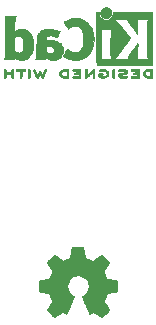
<source format=gbr>
%TF.GenerationSoftware,KiCad,Pcbnew,8.0.3-8.0.3-0~ubuntu22.04.1*%
%TF.CreationDate,2024-08-08T10:04:11+03:00*%
%TF.ProjectId,PM-Bus,504d2d42-7573-42e6-9b69-6361645f7063,rev?*%
%TF.SameCoordinates,Original*%
%TF.FileFunction,Legend,Bot*%
%TF.FilePolarity,Positive*%
%FSLAX46Y46*%
G04 Gerber Fmt 4.6, Leading zero omitted, Abs format (unit mm)*
G04 Created by KiCad (PCBNEW 8.0.3-8.0.3-0~ubuntu22.04.1) date 2024-08-08 10:04:11*
%MOMM*%
%LPD*%
G01*
G04 APERTURE LIST*
%ADD10C,0.010000*%
%ADD11C,3.200000*%
%ADD12R,1.700000X1.700000*%
%ADD13O,1.700000X1.700000*%
G04 APERTURE END LIST*
D10*
%TO.C,Logo_kicad*%
X72055406Y-83554949D02*
X72081127Y-83570647D01*
X72107778Y-83592227D01*
X72107778Y-84239684D01*
X72081127Y-84261264D01*
X72049767Y-84278739D01*
X72013966Y-84279575D01*
X71982528Y-84259082D01*
X71978652Y-84254416D01*
X71973186Y-84244949D01*
X71968979Y-84231267D01*
X71965867Y-84210748D01*
X71963687Y-84180768D01*
X71962276Y-84138704D01*
X71961471Y-84081932D01*
X71961107Y-84007830D01*
X71961022Y-83913773D01*
X71961022Y-83592227D01*
X71987673Y-83570647D01*
X72011386Y-83555877D01*
X72034400Y-83549067D01*
X72055406Y-83554949D01*
G36*
X72055406Y-83554949D02*
G01*
X72081127Y-83570647D01*
X72107778Y-83592227D01*
X72107778Y-84239684D01*
X72081127Y-84261264D01*
X72049767Y-84278739D01*
X72013966Y-84279575D01*
X71982528Y-84259082D01*
X71978652Y-84254416D01*
X71973186Y-84244949D01*
X71968979Y-84231267D01*
X71965867Y-84210748D01*
X71963687Y-84180768D01*
X71962276Y-84138704D01*
X71961471Y-84081932D01*
X71961107Y-84007830D01*
X71961022Y-83913773D01*
X71961022Y-83592227D01*
X71987673Y-83570647D01*
X72011386Y-83555877D01*
X72034400Y-83549067D01*
X72055406Y-83554949D01*
G37*
X79186137Y-83553463D02*
X79220291Y-83576776D01*
X79248000Y-83604485D01*
X79248000Y-83917537D01*
X79247959Y-84001567D01*
X79247701Y-84075789D01*
X79247030Y-84132541D01*
X79245752Y-84174512D01*
X79243673Y-84204389D01*
X79240599Y-84224861D01*
X79236334Y-84238614D01*
X79230684Y-84248337D01*
X79223455Y-84256717D01*
X79191991Y-84278181D01*
X79156826Y-84279947D01*
X79123822Y-84260267D01*
X79118516Y-84254398D01*
X79113066Y-84245314D01*
X79108900Y-84231973D01*
X79105846Y-84211757D01*
X79103732Y-84182049D01*
X79102386Y-84140232D01*
X79101638Y-84083689D01*
X79101314Y-84009802D01*
X79101245Y-83915956D01*
X79101284Y-83840294D01*
X79101539Y-83762385D01*
X79102183Y-83702375D01*
X79103387Y-83657648D01*
X79105324Y-83625585D01*
X79108164Y-83603571D01*
X79112079Y-83588987D01*
X79117242Y-83579218D01*
X79123822Y-83571645D01*
X79153006Y-83552623D01*
X79186137Y-83553463D01*
G36*
X79186137Y-83553463D02*
G01*
X79220291Y-83576776D01*
X79248000Y-83604485D01*
X79248000Y-83917537D01*
X79247959Y-84001567D01*
X79247701Y-84075789D01*
X79247030Y-84132541D01*
X79245752Y-84174512D01*
X79243673Y-84204389D01*
X79240599Y-84224861D01*
X79236334Y-84238614D01*
X79230684Y-84248337D01*
X79223455Y-84256717D01*
X79191991Y-84278181D01*
X79156826Y-84279947D01*
X79123822Y-84260267D01*
X79118516Y-84254398D01*
X79113066Y-84245314D01*
X79108900Y-84231973D01*
X79105846Y-84211757D01*
X79103732Y-84182049D01*
X79102386Y-84140232D01*
X79101638Y-84083689D01*
X79101314Y-84009802D01*
X79101245Y-83915956D01*
X79101284Y-83840294D01*
X79101539Y-83762385D01*
X79102183Y-83702375D01*
X79103387Y-83657648D01*
X79105324Y-83625585D01*
X79108164Y-83603571D01*
X79112079Y-83588987D01*
X79117242Y-83579218D01*
X79123822Y-83571645D01*
X79153006Y-83552623D01*
X79186137Y-83553463D01*
G37*
X78654562Y-78312850D02*
X78737313Y-78340053D01*
X78812406Y-78385484D01*
X78884298Y-78451302D01*
X78922846Y-78495567D01*
X78962256Y-78553961D01*
X78987446Y-78614586D01*
X79000861Y-78683865D01*
X79004948Y-78768222D01*
X79004669Y-78814307D01*
X79002460Y-78855450D01*
X78996894Y-78887582D01*
X78986586Y-78918122D01*
X78970148Y-78954489D01*
X78956200Y-78981728D01*
X78897665Y-79067429D01*
X78825619Y-79136617D01*
X78741947Y-79187741D01*
X78648531Y-79219250D01*
X78615434Y-79226225D01*
X78574960Y-79233094D01*
X78541999Y-79234919D01*
X78507698Y-79231947D01*
X78463200Y-79224426D01*
X78411934Y-79212002D01*
X78321434Y-79174112D01*
X78242345Y-79119836D01*
X78176528Y-79051770D01*
X78125840Y-78972511D01*
X78092140Y-78884654D01*
X78077286Y-78790795D01*
X78083136Y-78693530D01*
X78109399Y-78597220D01*
X78154418Y-78508494D01*
X78215373Y-78433419D01*
X78290184Y-78373641D01*
X78376768Y-78330809D01*
X78473043Y-78306571D01*
X78576928Y-78302576D01*
X78654562Y-78312850D01*
G36*
X78654562Y-78312850D02*
G01*
X78737313Y-78340053D01*
X78812406Y-78385484D01*
X78884298Y-78451302D01*
X78922846Y-78495567D01*
X78962256Y-78553961D01*
X78987446Y-78614586D01*
X79000861Y-78683865D01*
X79004948Y-78768222D01*
X79004669Y-78814307D01*
X79002460Y-78855450D01*
X78996894Y-78887582D01*
X78986586Y-78918122D01*
X78970148Y-78954489D01*
X78956200Y-78981728D01*
X78897665Y-79067429D01*
X78825619Y-79136617D01*
X78741947Y-79187741D01*
X78648531Y-79219250D01*
X78615434Y-79226225D01*
X78574960Y-79233094D01*
X78541999Y-79234919D01*
X78507698Y-79231947D01*
X78463200Y-79224426D01*
X78411934Y-79212002D01*
X78321434Y-79174112D01*
X78242345Y-79119836D01*
X78176528Y-79051770D01*
X78125840Y-78972511D01*
X78092140Y-78884654D01*
X78077286Y-78790795D01*
X78083136Y-78693530D01*
X78109399Y-78597220D01*
X78154418Y-78508494D01*
X78215373Y-78433419D01*
X78290184Y-78373641D01*
X78376768Y-78330809D01*
X78473043Y-78306571D01*
X78576928Y-78302576D01*
X78654562Y-78312850D01*
G37*
X71355767Y-83549068D02*
X71449890Y-83549158D01*
X71524405Y-83549498D01*
X71581811Y-83550239D01*
X71624611Y-83551535D01*
X71655304Y-83553537D01*
X71676391Y-83556396D01*
X71690373Y-83560266D01*
X71699750Y-83565298D01*
X71707022Y-83571645D01*
X71725828Y-83604362D01*
X71727275Y-83641939D01*
X71710917Y-83675178D01*
X71709557Y-83676631D01*
X71698354Y-83684992D01*
X71681252Y-83690547D01*
X71654082Y-83693840D01*
X71612678Y-83695418D01*
X71552873Y-83695822D01*
X71413511Y-83695822D01*
X71413511Y-83959589D01*
X71413436Y-84035417D01*
X71413028Y-84102083D01*
X71412046Y-84151867D01*
X71410250Y-84187784D01*
X71407399Y-84212850D01*
X71403253Y-84230081D01*
X71397571Y-84242492D01*
X71390114Y-84253100D01*
X71387824Y-84255906D01*
X71356646Y-84278548D01*
X71322266Y-84280112D01*
X71289334Y-84260267D01*
X71282355Y-84252191D01*
X71276883Y-84241593D01*
X71272863Y-84225749D01*
X71270072Y-84201773D01*
X71268288Y-84166774D01*
X71267289Y-84117864D01*
X71266852Y-84052154D01*
X71266756Y-83966756D01*
X71266756Y-83695822D01*
X71120820Y-83695822D01*
X71109720Y-83695821D01*
X71053202Y-83695596D01*
X71014358Y-83694457D01*
X70988965Y-83691657D01*
X70972804Y-83686450D01*
X70961652Y-83678089D01*
X70951289Y-83665826D01*
X70935441Y-83635138D01*
X70938543Y-83601358D01*
X70964187Y-83568822D01*
X70969129Y-83565105D01*
X70979338Y-83560269D01*
X70994764Y-83556506D01*
X71017886Y-83553683D01*
X71051183Y-83551670D01*
X71097137Y-83550333D01*
X71158228Y-83549542D01*
X71236935Y-83549163D01*
X71335740Y-83549067D01*
X71355767Y-83549068D01*
G36*
X71355767Y-83549068D02*
G01*
X71449890Y-83549158D01*
X71524405Y-83549498D01*
X71581811Y-83550239D01*
X71624611Y-83551535D01*
X71655304Y-83553537D01*
X71676391Y-83556396D01*
X71690373Y-83560266D01*
X71699750Y-83565298D01*
X71707022Y-83571645D01*
X71725828Y-83604362D01*
X71727275Y-83641939D01*
X71710917Y-83675178D01*
X71709557Y-83676631D01*
X71698354Y-83684992D01*
X71681252Y-83690547D01*
X71654082Y-83693840D01*
X71612678Y-83695418D01*
X71552873Y-83695822D01*
X71413511Y-83695822D01*
X71413511Y-83959589D01*
X71413436Y-84035417D01*
X71413028Y-84102083D01*
X71412046Y-84151867D01*
X71410250Y-84187784D01*
X71407399Y-84212850D01*
X71403253Y-84230081D01*
X71397571Y-84242492D01*
X71390114Y-84253100D01*
X71387824Y-84255906D01*
X71356646Y-84278548D01*
X71322266Y-84280112D01*
X71289334Y-84260267D01*
X71282355Y-84252191D01*
X71276883Y-84241593D01*
X71272863Y-84225749D01*
X71270072Y-84201773D01*
X71268288Y-84166774D01*
X71267289Y-84117864D01*
X71266852Y-84052154D01*
X71266756Y-83966756D01*
X71266756Y-83695822D01*
X71120820Y-83695822D01*
X71109720Y-83695821D01*
X71053202Y-83695596D01*
X71014358Y-83694457D01*
X70988965Y-83691657D01*
X70972804Y-83686450D01*
X70961652Y-83678089D01*
X70951289Y-83665826D01*
X70935441Y-83635138D01*
X70938543Y-83601358D01*
X70964187Y-83568822D01*
X70969129Y-83565105D01*
X70979338Y-83560269D01*
X70994764Y-83556506D01*
X71017886Y-83553683D01*
X71051183Y-83551670D01*
X71097137Y-83550333D01*
X71158228Y-83549542D01*
X71236935Y-83549163D01*
X71335740Y-83549067D01*
X71355767Y-83549068D01*
G37*
X70679734Y-83571645D02*
X70685366Y-83577835D01*
X70690456Y-83586041D01*
X70694543Y-83597817D01*
X70697721Y-83615276D01*
X70700087Y-83640530D01*
X70701738Y-83675690D01*
X70702769Y-83722869D01*
X70703277Y-83784177D01*
X70703359Y-83861727D01*
X70703109Y-83957631D01*
X70702625Y-84074000D01*
X70702557Y-84088175D01*
X70701971Y-84149937D01*
X70700648Y-84193620D01*
X70698103Y-84223001D01*
X70693848Y-84241855D01*
X70687396Y-84253959D01*
X70678262Y-84263089D01*
X70644804Y-84280506D01*
X70609856Y-84277604D01*
X70578953Y-84253100D01*
X70569944Y-84239897D01*
X70562492Y-84221361D01*
X70558124Y-84195333D01*
X70556069Y-84156787D01*
X70555556Y-84100700D01*
X70555556Y-83978045D01*
X70058845Y-83978045D01*
X70058845Y-84112871D01*
X70058772Y-84148662D01*
X70058009Y-84194992D01*
X70055833Y-84225526D01*
X70051536Y-84244557D01*
X70044412Y-84256374D01*
X70033755Y-84265271D01*
X70001504Y-84280341D01*
X69966217Y-84277673D01*
X69935486Y-84253100D01*
X69930831Y-84246845D01*
X69924895Y-84236321D01*
X69920364Y-84222391D01*
X69917048Y-84202317D01*
X69914759Y-84173360D01*
X69913308Y-84132780D01*
X69912505Y-84077840D01*
X69912162Y-84005799D01*
X69912089Y-83913920D01*
X69912089Y-83604485D01*
X69939798Y-83576776D01*
X69971177Y-83554533D01*
X70004406Y-83551844D01*
X70036267Y-83571645D01*
X70044553Y-83581415D01*
X70051965Y-83597307D01*
X70056302Y-83621275D01*
X70058338Y-83658148D01*
X70058845Y-83712756D01*
X70058845Y-83831289D01*
X70555556Y-83831289D01*
X70555556Y-83715776D01*
X70555994Y-83664078D01*
X70557958Y-83629554D01*
X70562474Y-83606978D01*
X70570567Y-83591126D01*
X70583265Y-83576776D01*
X70614643Y-83554533D01*
X70647872Y-83551844D01*
X70679734Y-83571645D01*
G36*
X70679734Y-83571645D02*
G01*
X70685366Y-83577835D01*
X70690456Y-83586041D01*
X70694543Y-83597817D01*
X70697721Y-83615276D01*
X70700087Y-83640530D01*
X70701738Y-83675690D01*
X70702769Y-83722869D01*
X70703277Y-83784177D01*
X70703359Y-83861727D01*
X70703109Y-83957631D01*
X70702625Y-84074000D01*
X70702557Y-84088175D01*
X70701971Y-84149937D01*
X70700648Y-84193620D01*
X70698103Y-84223001D01*
X70693848Y-84241855D01*
X70687396Y-84253959D01*
X70678262Y-84263089D01*
X70644804Y-84280506D01*
X70609856Y-84277604D01*
X70578953Y-84253100D01*
X70569944Y-84239897D01*
X70562492Y-84221361D01*
X70558124Y-84195333D01*
X70556069Y-84156787D01*
X70555556Y-84100700D01*
X70555556Y-83978045D01*
X70058845Y-83978045D01*
X70058845Y-84112871D01*
X70058772Y-84148662D01*
X70058009Y-84194992D01*
X70055833Y-84225526D01*
X70051536Y-84244557D01*
X70044412Y-84256374D01*
X70033755Y-84265271D01*
X70001504Y-84280341D01*
X69966217Y-84277673D01*
X69935486Y-84253100D01*
X69930831Y-84246845D01*
X69924895Y-84236321D01*
X69920364Y-84222391D01*
X69917048Y-84202317D01*
X69914759Y-84173360D01*
X69913308Y-84132780D01*
X69912505Y-84077840D01*
X69912162Y-84005799D01*
X69912089Y-83913920D01*
X69912089Y-83604485D01*
X69939798Y-83576776D01*
X69971177Y-83554533D01*
X70004406Y-83551844D01*
X70036267Y-83571645D01*
X70044553Y-83581415D01*
X70051965Y-83597307D01*
X70056302Y-83621275D01*
X70058338Y-83658148D01*
X70058845Y-83712756D01*
X70058845Y-83831289D01*
X70555556Y-83831289D01*
X70555556Y-83715776D01*
X70555994Y-83664078D01*
X70557958Y-83629554D01*
X70562474Y-83606978D01*
X70570567Y-83591126D01*
X70583265Y-83576776D01*
X70614643Y-83554533D01*
X70647872Y-83551844D01*
X70679734Y-83571645D01*
G37*
X75385133Y-84160396D02*
X75383163Y-84193175D01*
X75380235Y-84216095D01*
X75376158Y-84231897D01*
X75370743Y-84243319D01*
X75363803Y-84253100D01*
X75340406Y-84282845D01*
X75174714Y-84282251D01*
X75139918Y-84281953D01*
X75041435Y-84278522D01*
X74960473Y-84270839D01*
X74893379Y-84258282D01*
X74836496Y-84240227D01*
X74786169Y-84216052D01*
X74782810Y-84214135D01*
X74724998Y-84177417D01*
X74682644Y-84140451D01*
X74649828Y-84096966D01*
X74620628Y-84040689D01*
X74616346Y-84031073D01*
X74593769Y-83967887D01*
X74588034Y-83922333D01*
X74737279Y-83922333D01*
X74742892Y-83947061D01*
X74748618Y-83962939D01*
X74781548Y-84022847D01*
X74828886Y-84068600D01*
X74892652Y-84101736D01*
X74974861Y-84123790D01*
X74977655Y-84124292D01*
X75023940Y-84130255D01*
X75080336Y-84134483D01*
X75135274Y-84136089D01*
X75229156Y-84136089D01*
X75229156Y-83695822D01*
X75141667Y-83696270D01*
X75074747Y-83698746D01*
X74982349Y-83709998D01*
X74903034Y-83729537D01*
X74841060Y-83756511D01*
X74810120Y-83777240D01*
X74782000Y-83807006D01*
X74758660Y-83849434D01*
X74751533Y-83865400D01*
X74739709Y-83897902D01*
X74737279Y-83922333D01*
X74588034Y-83922333D01*
X74586797Y-83912509D01*
X74595399Y-83857483D01*
X74619541Y-83795351D01*
X74620337Y-83793658D01*
X74660788Y-83724236D01*
X74711473Y-83667638D01*
X74774198Y-83623070D01*
X74850774Y-83589741D01*
X74943009Y-83566861D01*
X75052712Y-83553636D01*
X75181691Y-83549275D01*
X75185263Y-83549270D01*
X75245283Y-83549410D01*
X75287214Y-83550446D01*
X75315328Y-83553040D01*
X75333897Y-83557853D01*
X75347194Y-83565544D01*
X75359491Y-83576776D01*
X75387200Y-83604485D01*
X75387200Y-83913920D01*
X75387175Y-83975526D01*
X75386950Y-84054311D01*
X75386332Y-84115021D01*
X75385775Y-84136089D01*
X75385133Y-84160396D01*
G36*
X75385133Y-84160396D02*
G01*
X75383163Y-84193175D01*
X75380235Y-84216095D01*
X75376158Y-84231897D01*
X75370743Y-84243319D01*
X75363803Y-84253100D01*
X75340406Y-84282845D01*
X75174714Y-84282251D01*
X75139918Y-84281953D01*
X75041435Y-84278522D01*
X74960473Y-84270839D01*
X74893379Y-84258282D01*
X74836496Y-84240227D01*
X74786169Y-84216052D01*
X74782810Y-84214135D01*
X74724998Y-84177417D01*
X74682644Y-84140451D01*
X74649828Y-84096966D01*
X74620628Y-84040689D01*
X74616346Y-84031073D01*
X74593769Y-83967887D01*
X74588034Y-83922333D01*
X74737279Y-83922333D01*
X74742892Y-83947061D01*
X74748618Y-83962939D01*
X74781548Y-84022847D01*
X74828886Y-84068600D01*
X74892652Y-84101736D01*
X74974861Y-84123790D01*
X74977655Y-84124292D01*
X75023940Y-84130255D01*
X75080336Y-84134483D01*
X75135274Y-84136089D01*
X75229156Y-84136089D01*
X75229156Y-83695822D01*
X75141667Y-83696270D01*
X75074747Y-83698746D01*
X74982349Y-83709998D01*
X74903034Y-83729537D01*
X74841060Y-83756511D01*
X74810120Y-83777240D01*
X74782000Y-83807006D01*
X74758660Y-83849434D01*
X74751533Y-83865400D01*
X74739709Y-83897902D01*
X74737279Y-83922333D01*
X74588034Y-83922333D01*
X74586797Y-83912509D01*
X74595399Y-83857483D01*
X74619541Y-83795351D01*
X74620337Y-83793658D01*
X74660788Y-83724236D01*
X74711473Y-83667638D01*
X74774198Y-83623070D01*
X74850774Y-83589741D01*
X74943009Y-83566861D01*
X75052712Y-83553636D01*
X75181691Y-83549275D01*
X75185263Y-83549270D01*
X75245283Y-83549410D01*
X75287214Y-83550446D01*
X75315328Y-83553040D01*
X75333897Y-83557853D01*
X75347194Y-83565544D01*
X75359491Y-83576776D01*
X75387200Y-83604485D01*
X75387200Y-83913920D01*
X75387175Y-83975526D01*
X75386950Y-84054311D01*
X75386332Y-84115021D01*
X75385775Y-84136089D01*
X75385133Y-84160396D01*
G37*
X82476817Y-83734427D02*
X82476870Y-83815041D01*
X82476622Y-83915956D01*
X82476583Y-83991617D01*
X82476328Y-84069526D01*
X82475684Y-84129536D01*
X82474480Y-84174264D01*
X82472543Y-84206326D01*
X82469703Y-84228340D01*
X82465788Y-84242924D01*
X82460626Y-84252694D01*
X82454045Y-84260267D01*
X82447077Y-84266501D01*
X82434079Y-84273801D01*
X82414931Y-84278554D01*
X82385528Y-84281292D01*
X82341762Y-84282545D01*
X82279528Y-84282845D01*
X82230582Y-84282469D01*
X82123722Y-84278041D01*
X82034494Y-84267953D01*
X81959696Y-84251365D01*
X81896125Y-84227435D01*
X81840579Y-84195321D01*
X81789854Y-84154182D01*
X81783866Y-84148330D01*
X81746999Y-84099821D01*
X81715899Y-84039013D01*
X81694417Y-83974769D01*
X81689136Y-83936026D01*
X81836353Y-83936026D01*
X81854635Y-83986961D01*
X81884305Y-84032878D01*
X81931002Y-84075287D01*
X81992392Y-84105090D01*
X82071538Y-84124226D01*
X82073028Y-84124464D01*
X82121999Y-84130256D01*
X82180693Y-84134396D01*
X82236734Y-84136004D01*
X82329867Y-84136089D01*
X82329867Y-83695822D01*
X82253667Y-83695808D01*
X82250639Y-83695817D01*
X82199519Y-83697782D01*
X82139416Y-83702507D01*
X82082708Y-83709035D01*
X82032750Y-83718331D01*
X81957998Y-83744600D01*
X81900489Y-83783899D01*
X81858988Y-83836933D01*
X81837771Y-83888200D01*
X81836353Y-83936026D01*
X81689136Y-83936026D01*
X81686400Y-83915956D01*
X81687679Y-83894739D01*
X81699991Y-83837323D01*
X81722520Y-83777413D01*
X81751750Y-83723363D01*
X81784167Y-83683532D01*
X81803708Y-83666510D01*
X81858420Y-83627322D01*
X81918723Y-83597193D01*
X81987919Y-83575232D01*
X82069311Y-83560550D01*
X82166200Y-83552259D01*
X82281889Y-83549467D01*
X82321371Y-83549066D01*
X82367082Y-83548653D01*
X82402883Y-83550457D01*
X82429974Y-83556739D01*
X82449556Y-83569759D01*
X82462830Y-83591778D01*
X82470998Y-83625055D01*
X82475260Y-83671851D01*
X82475857Y-83695822D01*
X82476817Y-83734427D01*
G36*
X82476817Y-83734427D02*
G01*
X82476870Y-83815041D01*
X82476622Y-83915956D01*
X82476583Y-83991617D01*
X82476328Y-84069526D01*
X82475684Y-84129536D01*
X82474480Y-84174264D01*
X82472543Y-84206326D01*
X82469703Y-84228340D01*
X82465788Y-84242924D01*
X82460626Y-84252694D01*
X82454045Y-84260267D01*
X82447077Y-84266501D01*
X82434079Y-84273801D01*
X82414931Y-84278554D01*
X82385528Y-84281292D01*
X82341762Y-84282545D01*
X82279528Y-84282845D01*
X82230582Y-84282469D01*
X82123722Y-84278041D01*
X82034494Y-84267953D01*
X81959696Y-84251365D01*
X81896125Y-84227435D01*
X81840579Y-84195321D01*
X81789854Y-84154182D01*
X81783866Y-84148330D01*
X81746999Y-84099821D01*
X81715899Y-84039013D01*
X81694417Y-83974769D01*
X81689136Y-83936026D01*
X81836353Y-83936026D01*
X81854635Y-83986961D01*
X81884305Y-84032878D01*
X81931002Y-84075287D01*
X81992392Y-84105090D01*
X82071538Y-84124226D01*
X82073028Y-84124464D01*
X82121999Y-84130256D01*
X82180693Y-84134396D01*
X82236734Y-84136004D01*
X82329867Y-84136089D01*
X82329867Y-83695822D01*
X82253667Y-83695808D01*
X82250639Y-83695817D01*
X82199519Y-83697782D01*
X82139416Y-83702507D01*
X82082708Y-83709035D01*
X82032750Y-83718331D01*
X81957998Y-83744600D01*
X81900489Y-83783899D01*
X81858988Y-83836933D01*
X81837771Y-83888200D01*
X81836353Y-83936026D01*
X81689136Y-83936026D01*
X81686400Y-83915956D01*
X81687679Y-83894739D01*
X81699991Y-83837323D01*
X81722520Y-83777413D01*
X81751750Y-83723363D01*
X81784167Y-83683532D01*
X81803708Y-83666510D01*
X81858420Y-83627322D01*
X81918723Y-83597193D01*
X81987919Y-83575232D01*
X82069311Y-83560550D01*
X82166200Y-83552259D01*
X82281889Y-83549467D01*
X82321371Y-83549066D01*
X82367082Y-83548653D01*
X82402883Y-83550457D01*
X82429974Y-83556739D01*
X82449556Y-83569759D01*
X82462830Y-83591778D01*
X82470998Y-83625055D01*
X82475260Y-83671851D01*
X82475857Y-83695822D01*
X82476817Y-83734427D01*
G37*
X77531893Y-83547892D02*
X77543301Y-83554029D01*
X77553850Y-83564691D01*
X77565136Y-83578811D01*
X77569589Y-83584772D01*
X77575588Y-83595268D01*
X77580167Y-83609093D01*
X77583519Y-83628998D01*
X77585833Y-83657732D01*
X77587301Y-83698045D01*
X77588113Y-83752687D01*
X77588460Y-83824407D01*
X77588534Y-83915956D01*
X77588511Y-83974486D01*
X77588292Y-84053573D01*
X77587683Y-84114516D01*
X77586492Y-84160062D01*
X77584529Y-84192963D01*
X77581603Y-84215968D01*
X77577523Y-84231826D01*
X77572097Y-84243286D01*
X77565136Y-84253100D01*
X77534708Y-84277493D01*
X77499765Y-84280372D01*
X77462784Y-84261282D01*
X77458600Y-84257807D01*
X77450424Y-84249279D01*
X77444364Y-84237728D01*
X77439981Y-84219896D01*
X77436839Y-84192524D01*
X77434502Y-84152354D01*
X77432531Y-84096128D01*
X77430489Y-84020589D01*
X77424845Y-83801458D01*
X77159556Y-84042099D01*
X77085722Y-84108875D01*
X77020542Y-84166991D01*
X76968348Y-84211949D01*
X76927273Y-84244871D01*
X76895455Y-84266879D01*
X76871026Y-84279094D01*
X76852124Y-84282639D01*
X76836883Y-84278636D01*
X76823439Y-84268207D01*
X76809927Y-84252474D01*
X76803682Y-84243991D01*
X76798050Y-84233413D01*
X76793839Y-84219255D01*
X76790887Y-84198803D01*
X76789032Y-84169342D01*
X76788113Y-84128161D01*
X76787968Y-84072544D01*
X76788435Y-83999779D01*
X76789352Y-83907151D01*
X76792667Y-83592199D01*
X76819318Y-83570633D01*
X76845383Y-83554441D01*
X76878241Y-83551670D01*
X76912772Y-83570623D01*
X76917084Y-83574208D01*
X76925216Y-83582737D01*
X76931245Y-83594329D01*
X76935606Y-83612235D01*
X76938734Y-83639706D01*
X76941063Y-83679994D01*
X76943029Y-83736351D01*
X76945067Y-83812029D01*
X76950711Y-84031878D01*
X77131334Y-83868084D01*
X77218072Y-83789451D01*
X77293843Y-83721058D01*
X77355980Y-83665708D01*
X77406078Y-83622338D01*
X77445735Y-83589881D01*
X77476548Y-83567273D01*
X77500114Y-83553448D01*
X77518030Y-83547343D01*
X77531893Y-83547892D01*
G36*
X77531893Y-83547892D02*
G01*
X77543301Y-83554029D01*
X77553850Y-83564691D01*
X77565136Y-83578811D01*
X77569589Y-83584772D01*
X77575588Y-83595268D01*
X77580167Y-83609093D01*
X77583519Y-83628998D01*
X77585833Y-83657732D01*
X77587301Y-83698045D01*
X77588113Y-83752687D01*
X77588460Y-83824407D01*
X77588534Y-83915956D01*
X77588511Y-83974486D01*
X77588292Y-84053573D01*
X77587683Y-84114516D01*
X77586492Y-84160062D01*
X77584529Y-84192963D01*
X77581603Y-84215968D01*
X77577523Y-84231826D01*
X77572097Y-84243286D01*
X77565136Y-84253100D01*
X77534708Y-84277493D01*
X77499765Y-84280372D01*
X77462784Y-84261282D01*
X77458600Y-84257807D01*
X77450424Y-84249279D01*
X77444364Y-84237728D01*
X77439981Y-84219896D01*
X77436839Y-84192524D01*
X77434502Y-84152354D01*
X77432531Y-84096128D01*
X77430489Y-84020589D01*
X77424845Y-83801458D01*
X77159556Y-84042099D01*
X77085722Y-84108875D01*
X77020542Y-84166991D01*
X76968348Y-84211949D01*
X76927273Y-84244871D01*
X76895455Y-84266879D01*
X76871026Y-84279094D01*
X76852124Y-84282639D01*
X76836883Y-84278636D01*
X76823439Y-84268207D01*
X76809927Y-84252474D01*
X76803682Y-84243991D01*
X76798050Y-84233413D01*
X76793839Y-84219255D01*
X76790887Y-84198803D01*
X76789032Y-84169342D01*
X76788113Y-84128161D01*
X76787968Y-84072544D01*
X76788435Y-83999779D01*
X76789352Y-83907151D01*
X76792667Y-83592199D01*
X76819318Y-83570633D01*
X76845383Y-83554441D01*
X76878241Y-83551670D01*
X76912772Y-83570623D01*
X76917084Y-83574208D01*
X76925216Y-83582737D01*
X76931245Y-83594329D01*
X76935606Y-83612235D01*
X76938734Y-83639706D01*
X76941063Y-83679994D01*
X76943029Y-83736351D01*
X76945067Y-83812029D01*
X76950711Y-84031878D01*
X77131334Y-83868084D01*
X77218072Y-83789451D01*
X77293843Y-83721058D01*
X77355980Y-83665708D01*
X77406078Y-83622338D01*
X77445735Y-83589881D01*
X77476548Y-83567273D01*
X77500114Y-83553448D01*
X77518030Y-83547343D01*
X77531893Y-83547892D01*
G37*
X78329150Y-83554179D02*
X78435157Y-83570494D01*
X78528969Y-83598545D01*
X78607765Y-83637452D01*
X78668719Y-83686334D01*
X78694789Y-83719195D01*
X78724297Y-83768394D01*
X78749568Y-83822252D01*
X78767218Y-83873419D01*
X78773858Y-83914544D01*
X78772298Y-83934259D01*
X78759357Y-83985592D01*
X78736194Y-84042118D01*
X78706302Y-84096035D01*
X78673173Y-84139539D01*
X78662977Y-84149887D01*
X78595892Y-84201662D01*
X78515766Y-84241554D01*
X78429556Y-84265956D01*
X78374592Y-84274068D01*
X78281139Y-84280673D01*
X78191358Y-84278586D01*
X78108869Y-84268340D01*
X78037286Y-84250470D01*
X77980228Y-84225508D01*
X77941311Y-84193988D01*
X77939936Y-84192012D01*
X77932848Y-84166786D01*
X77928609Y-84119535D01*
X77927200Y-84050071D01*
X77928060Y-83987838D01*
X77932780Y-83940456D01*
X77944470Y-83908353D01*
X77966239Y-83888800D01*
X78001198Y-83879070D01*
X78052456Y-83876433D01*
X78123123Y-83878161D01*
X78171743Y-83881173D01*
X78221939Y-83889366D01*
X78254433Y-83903419D01*
X78271892Y-83924654D01*
X78276983Y-83954394D01*
X78276877Y-83958936D01*
X78268175Y-83993730D01*
X78244165Y-84017147D01*
X78202900Y-84030347D01*
X78142431Y-84034489D01*
X78073956Y-84034489D01*
X78073956Y-84072841D01*
X78074006Y-84081976D01*
X78076227Y-84099227D01*
X78085494Y-84109521D01*
X78106875Y-84116459D01*
X78145436Y-84123641D01*
X78150910Y-84124575D01*
X78247860Y-84134478D01*
X78337852Y-84131559D01*
X78418760Y-84116829D01*
X78488459Y-84091299D01*
X78544824Y-84055978D01*
X78585729Y-84011879D01*
X78609051Y-83960012D01*
X78612663Y-83901388D01*
X78607145Y-83872494D01*
X78580461Y-83816604D01*
X78534273Y-83770945D01*
X78469291Y-83736108D01*
X78386229Y-83712690D01*
X78361555Y-83708241D01*
X78272226Y-83697742D01*
X78192419Y-83698971D01*
X78114326Y-83711906D01*
X78079183Y-83718696D01*
X78033745Y-83719713D01*
X78002430Y-83707182D01*
X77982277Y-83680395D01*
X77975893Y-83652148D01*
X77985379Y-83620924D01*
X77994708Y-83607499D01*
X78028943Y-83583967D01*
X78081565Y-83566095D01*
X78150081Y-83554599D01*
X78232000Y-83550192D01*
X78329150Y-83554179D01*
G36*
X78329150Y-83554179D02*
G01*
X78435157Y-83570494D01*
X78528969Y-83598545D01*
X78607765Y-83637452D01*
X78668719Y-83686334D01*
X78694789Y-83719195D01*
X78724297Y-83768394D01*
X78749568Y-83822252D01*
X78767218Y-83873419D01*
X78773858Y-83914544D01*
X78772298Y-83934259D01*
X78759357Y-83985592D01*
X78736194Y-84042118D01*
X78706302Y-84096035D01*
X78673173Y-84139539D01*
X78662977Y-84149887D01*
X78595892Y-84201662D01*
X78515766Y-84241554D01*
X78429556Y-84265956D01*
X78374592Y-84274068D01*
X78281139Y-84280673D01*
X78191358Y-84278586D01*
X78108869Y-84268340D01*
X78037286Y-84250470D01*
X77980228Y-84225508D01*
X77941311Y-84193988D01*
X77939936Y-84192012D01*
X77932848Y-84166786D01*
X77928609Y-84119535D01*
X77927200Y-84050071D01*
X77928060Y-83987838D01*
X77932780Y-83940456D01*
X77944470Y-83908353D01*
X77966239Y-83888800D01*
X78001198Y-83879070D01*
X78052456Y-83876433D01*
X78123123Y-83878161D01*
X78171743Y-83881173D01*
X78221939Y-83889366D01*
X78254433Y-83903419D01*
X78271892Y-83924654D01*
X78276983Y-83954394D01*
X78276877Y-83958936D01*
X78268175Y-83993730D01*
X78244165Y-84017147D01*
X78202900Y-84030347D01*
X78142431Y-84034489D01*
X78073956Y-84034489D01*
X78073956Y-84072841D01*
X78074006Y-84081976D01*
X78076227Y-84099227D01*
X78085494Y-84109521D01*
X78106875Y-84116459D01*
X78145436Y-84123641D01*
X78150910Y-84124575D01*
X78247860Y-84134478D01*
X78337852Y-84131559D01*
X78418760Y-84116829D01*
X78488459Y-84091299D01*
X78544824Y-84055978D01*
X78585729Y-84011879D01*
X78609051Y-83960012D01*
X78612663Y-83901388D01*
X78607145Y-83872494D01*
X78580461Y-83816604D01*
X78534273Y-83770945D01*
X78469291Y-83736108D01*
X78386229Y-83712690D01*
X78361555Y-83708241D01*
X78272226Y-83697742D01*
X78192419Y-83698971D01*
X78114326Y-83711906D01*
X78079183Y-83718696D01*
X78033745Y-83719713D01*
X78002430Y-83707182D01*
X77982277Y-83680395D01*
X77975893Y-83652148D01*
X77985379Y-83620924D01*
X77994708Y-83607499D01*
X78028943Y-83583967D01*
X78081565Y-83566095D01*
X78150081Y-83554599D01*
X78232000Y-83550192D01*
X78329150Y-83554179D01*
G37*
X76379803Y-83578811D02*
X76384752Y-83585495D01*
X76390596Y-83596066D01*
X76395057Y-83610153D01*
X76398321Y-83630478D01*
X76400574Y-83659765D01*
X76402002Y-83700737D01*
X76402792Y-83756117D01*
X76403129Y-83828628D01*
X76403200Y-83920994D01*
X76403171Y-83986911D01*
X76402939Y-84065228D01*
X76402319Y-84125496D01*
X76401126Y-84170393D01*
X76399179Y-84202602D01*
X76396294Y-84224800D01*
X76392288Y-84239669D01*
X76386979Y-84249889D01*
X76380183Y-84258138D01*
X76375668Y-84262795D01*
X76367438Y-84269282D01*
X76356078Y-84274194D01*
X76338810Y-84277749D01*
X76312855Y-84280167D01*
X76275436Y-84281667D01*
X76223773Y-84282467D01*
X76155089Y-84282787D01*
X76066606Y-84282845D01*
X76046931Y-84282838D01*
X75959906Y-84282572D01*
X75892254Y-84281806D01*
X75841299Y-84280392D01*
X75804367Y-84278180D01*
X75778783Y-84275022D01*
X75761871Y-84270769D01*
X75750957Y-84265271D01*
X75740464Y-84255285D01*
X75727203Y-84224168D01*
X75728386Y-84188280D01*
X75744550Y-84156733D01*
X75746739Y-84154457D01*
X75755427Y-84148189D01*
X75768769Y-84143523D01*
X75789752Y-84140227D01*
X75821363Y-84138068D01*
X75866590Y-84136814D01*
X75928420Y-84136231D01*
X76009839Y-84136089D01*
X76256445Y-84136089D01*
X76256445Y-83978045D01*
X76094006Y-83978045D01*
X76058338Y-83977964D01*
X76002568Y-83977167D01*
X75963430Y-83975162D01*
X75936976Y-83971521D01*
X75919259Y-83965812D01*
X75906329Y-83957607D01*
X75902686Y-83954423D01*
X75884278Y-83923448D01*
X75883644Y-83887112D01*
X75901183Y-83853493D01*
X75901245Y-83853424D01*
X75910916Y-83844798D01*
X75924209Y-83838742D01*
X75944917Y-83834811D01*
X75976828Y-83832556D01*
X76023734Y-83831531D01*
X76089424Y-83831289D01*
X76257571Y-83831289D01*
X76254186Y-83766378D01*
X76250800Y-83701467D01*
X76008723Y-83698414D01*
X75983707Y-83698086D01*
X75902087Y-83696606D01*
X75839768Y-83694222D01*
X75794154Y-83690227D01*
X75762652Y-83683913D01*
X75742667Y-83674574D01*
X75731604Y-83661503D01*
X75726869Y-83643992D01*
X75725867Y-83621335D01*
X75725873Y-83618970D01*
X75727027Y-83598939D01*
X75731824Y-83583146D01*
X75742632Y-83571090D01*
X75761817Y-83562267D01*
X75791745Y-83556175D01*
X75834783Y-83552311D01*
X75893299Y-83550174D01*
X75969657Y-83549260D01*
X76066226Y-83549067D01*
X76356406Y-83549067D01*
X76379803Y-83578811D01*
G36*
X76379803Y-83578811D02*
G01*
X76384752Y-83585495D01*
X76390596Y-83596066D01*
X76395057Y-83610153D01*
X76398321Y-83630478D01*
X76400574Y-83659765D01*
X76402002Y-83700737D01*
X76402792Y-83756117D01*
X76403129Y-83828628D01*
X76403200Y-83920994D01*
X76403171Y-83986911D01*
X76402939Y-84065228D01*
X76402319Y-84125496D01*
X76401126Y-84170393D01*
X76399179Y-84202602D01*
X76396294Y-84224800D01*
X76392288Y-84239669D01*
X76386979Y-84249889D01*
X76380183Y-84258138D01*
X76375668Y-84262795D01*
X76367438Y-84269282D01*
X76356078Y-84274194D01*
X76338810Y-84277749D01*
X76312855Y-84280167D01*
X76275436Y-84281667D01*
X76223773Y-84282467D01*
X76155089Y-84282787D01*
X76066606Y-84282845D01*
X76046931Y-84282838D01*
X75959906Y-84282572D01*
X75892254Y-84281806D01*
X75841299Y-84280392D01*
X75804367Y-84278180D01*
X75778783Y-84275022D01*
X75761871Y-84270769D01*
X75750957Y-84265271D01*
X75740464Y-84255285D01*
X75727203Y-84224168D01*
X75728386Y-84188280D01*
X75744550Y-84156733D01*
X75746739Y-84154457D01*
X75755427Y-84148189D01*
X75768769Y-84143523D01*
X75789752Y-84140227D01*
X75821363Y-84138068D01*
X75866590Y-84136814D01*
X75928420Y-84136231D01*
X76009839Y-84136089D01*
X76256445Y-84136089D01*
X76256445Y-83978045D01*
X76094006Y-83978045D01*
X76058338Y-83977964D01*
X76002568Y-83977167D01*
X75963430Y-83975162D01*
X75936976Y-83971521D01*
X75919259Y-83965812D01*
X75906329Y-83957607D01*
X75902686Y-83954423D01*
X75884278Y-83923448D01*
X75883644Y-83887112D01*
X75901183Y-83853493D01*
X75901245Y-83853424D01*
X75910916Y-83844798D01*
X75924209Y-83838742D01*
X75944917Y-83834811D01*
X75976828Y-83832556D01*
X76023734Y-83831531D01*
X76089424Y-83831289D01*
X76257571Y-83831289D01*
X76254186Y-83766378D01*
X76250800Y-83701467D01*
X76008723Y-83698414D01*
X75983707Y-83698086D01*
X75902087Y-83696606D01*
X75839768Y-83694222D01*
X75794154Y-83690227D01*
X75762652Y-83683913D01*
X75742667Y-83674574D01*
X75731604Y-83661503D01*
X75726869Y-83643992D01*
X75725867Y-83621335D01*
X75725873Y-83618970D01*
X75727027Y-83598939D01*
X75731824Y-83583146D01*
X75742632Y-83571090D01*
X75761817Y-83562267D01*
X75791745Y-83556175D01*
X75834783Y-83552311D01*
X75893299Y-83550174D01*
X75969657Y-83549260D01*
X76066226Y-83549067D01*
X76356406Y-83549067D01*
X76379803Y-83578811D01*
G37*
X81056734Y-83549083D02*
X81133831Y-83549275D01*
X81192777Y-83549860D01*
X81236364Y-83551051D01*
X81267383Y-83553064D01*
X81288625Y-83556112D01*
X81302882Y-83560409D01*
X81312945Y-83566172D01*
X81321606Y-83573612D01*
X81323391Y-83575293D01*
X81330635Y-83582832D01*
X81336277Y-83591850D01*
X81340517Y-83604984D01*
X81343556Y-83624872D01*
X81345594Y-83654151D01*
X81346830Y-83695458D01*
X81347465Y-83751431D01*
X81347700Y-83824707D01*
X81347734Y-83917923D01*
X81347697Y-83990713D01*
X81347448Y-84068889D01*
X81346812Y-84129103D01*
X81345615Y-84173982D01*
X81343684Y-84206152D01*
X81340846Y-84228239D01*
X81336927Y-84242870D01*
X81331755Y-84252670D01*
X81325156Y-84260267D01*
X81321822Y-84263444D01*
X81313300Y-84269554D01*
X81301298Y-84274229D01*
X81283087Y-84277659D01*
X81255940Y-84280036D01*
X81217129Y-84281552D01*
X81163924Y-84282398D01*
X81093598Y-84282765D01*
X81003422Y-84282845D01*
X80961314Y-84282833D01*
X80880167Y-84282651D01*
X80817675Y-84282098D01*
X80771109Y-84280982D01*
X80737741Y-84279113D01*
X80714844Y-84276298D01*
X80699688Y-84272346D01*
X80689546Y-84267066D01*
X80681689Y-84260267D01*
X80666963Y-84238667D01*
X80659111Y-84209467D01*
X80664610Y-84185560D01*
X80681689Y-84158667D01*
X80686668Y-84154059D01*
X80696443Y-84147772D01*
X80710559Y-84143146D01*
X80732054Y-84139930D01*
X80763968Y-84137870D01*
X80809342Y-84136712D01*
X80871213Y-84136202D01*
X80952622Y-84136089D01*
X81200978Y-84136089D01*
X81200978Y-83978045D01*
X81039801Y-83978045D01*
X81003983Y-83977899D01*
X80938359Y-83976176D01*
X80891118Y-83971741D01*
X80859383Y-83963637D01*
X80840277Y-83950906D01*
X80830923Y-83932592D01*
X80828445Y-83907738D01*
X80829242Y-83887482D01*
X80834494Y-83865656D01*
X80847288Y-83850304D01*
X80870628Y-83840309D01*
X80907517Y-83834553D01*
X80960959Y-83831919D01*
X81033958Y-83831289D01*
X81202105Y-83831289D01*
X81198719Y-83766378D01*
X81195334Y-83701467D01*
X80947617Y-83698418D01*
X80885026Y-83697539D01*
X80816565Y-83696095D01*
X80765661Y-83694164D01*
X80729408Y-83691514D01*
X80704901Y-83687910D01*
X80689235Y-83683121D01*
X80679506Y-83676913D01*
X80673491Y-83670510D01*
X80660482Y-83638828D01*
X80664043Y-83603142D01*
X80683818Y-83572084D01*
X80687069Y-83569161D01*
X80696049Y-83562810D01*
X80708153Y-83557957D01*
X80726159Y-83554403D01*
X80752847Y-83551946D01*
X80790997Y-83550385D01*
X80843386Y-83549518D01*
X80912794Y-83549146D01*
X81002001Y-83549067D01*
X81056734Y-83549083D01*
G36*
X81056734Y-83549083D02*
G01*
X81133831Y-83549275D01*
X81192777Y-83549860D01*
X81236364Y-83551051D01*
X81267383Y-83553064D01*
X81288625Y-83556112D01*
X81302882Y-83560409D01*
X81312945Y-83566172D01*
X81321606Y-83573612D01*
X81323391Y-83575293D01*
X81330635Y-83582832D01*
X81336277Y-83591850D01*
X81340517Y-83604984D01*
X81343556Y-83624872D01*
X81345594Y-83654151D01*
X81346830Y-83695458D01*
X81347465Y-83751431D01*
X81347700Y-83824707D01*
X81347734Y-83917923D01*
X81347697Y-83990713D01*
X81347448Y-84068889D01*
X81346812Y-84129103D01*
X81345615Y-84173982D01*
X81343684Y-84206152D01*
X81340846Y-84228239D01*
X81336927Y-84242870D01*
X81331755Y-84252670D01*
X81325156Y-84260267D01*
X81321822Y-84263444D01*
X81313300Y-84269554D01*
X81301298Y-84274229D01*
X81283087Y-84277659D01*
X81255940Y-84280036D01*
X81217129Y-84281552D01*
X81163924Y-84282398D01*
X81093598Y-84282765D01*
X81003422Y-84282845D01*
X80961314Y-84282833D01*
X80880167Y-84282651D01*
X80817675Y-84282098D01*
X80771109Y-84280982D01*
X80737741Y-84279113D01*
X80714844Y-84276298D01*
X80699688Y-84272346D01*
X80689546Y-84267066D01*
X80681689Y-84260267D01*
X80666963Y-84238667D01*
X80659111Y-84209467D01*
X80664610Y-84185560D01*
X80681689Y-84158667D01*
X80686668Y-84154059D01*
X80696443Y-84147772D01*
X80710559Y-84143146D01*
X80732054Y-84139930D01*
X80763968Y-84137870D01*
X80809342Y-84136712D01*
X80871213Y-84136202D01*
X80952622Y-84136089D01*
X81200978Y-84136089D01*
X81200978Y-83978045D01*
X81039801Y-83978045D01*
X81003983Y-83977899D01*
X80938359Y-83976176D01*
X80891118Y-83971741D01*
X80859383Y-83963637D01*
X80840277Y-83950906D01*
X80830923Y-83932592D01*
X80828445Y-83907738D01*
X80829242Y-83887482D01*
X80834494Y-83865656D01*
X80847288Y-83850304D01*
X80870628Y-83840309D01*
X80907517Y-83834553D01*
X80960959Y-83831919D01*
X81033958Y-83831289D01*
X81202105Y-83831289D01*
X81198719Y-83766378D01*
X81195334Y-83701467D01*
X80947617Y-83698418D01*
X80885026Y-83697539D01*
X80816565Y-83696095D01*
X80765661Y-83694164D01*
X80729408Y-83691514D01*
X80704901Y-83687910D01*
X80689235Y-83683121D01*
X80679506Y-83676913D01*
X80673491Y-83670510D01*
X80660482Y-83638828D01*
X80664043Y-83603142D01*
X80683818Y-83572084D01*
X80687069Y-83569161D01*
X80696049Y-83562810D01*
X80708153Y-83557957D01*
X80726159Y-83554403D01*
X80752847Y-83551946D01*
X80790997Y-83550385D01*
X80843386Y-83549518D01*
X80912794Y-83549146D01*
X81002001Y-83549067D01*
X81056734Y-83549083D01*
G37*
X72489702Y-83558478D02*
X72507663Y-83576989D01*
X72528263Y-83608071D01*
X72553095Y-83653756D01*
X72583750Y-83716078D01*
X72621820Y-83797071D01*
X72636454Y-83828454D01*
X72666203Y-83891638D01*
X72692297Y-83946244D01*
X72713292Y-83989290D01*
X72727739Y-84017793D01*
X72734191Y-84028770D01*
X72735550Y-84028189D01*
X72745542Y-84014242D01*
X72762833Y-83984704D01*
X72785430Y-83943087D01*
X72811338Y-83892903D01*
X72827311Y-83861414D01*
X72856261Y-83806061D01*
X72878749Y-83767044D01*
X72896965Y-83741566D01*
X72913096Y-83726831D01*
X72929330Y-83720042D01*
X72947857Y-83718400D01*
X72958360Y-83718875D01*
X72974476Y-83723082D01*
X72989790Y-83733946D01*
X73006388Y-83754219D01*
X73026357Y-83786654D01*
X73051783Y-83834004D01*
X73084752Y-83899022D01*
X73094485Y-83918277D01*
X73118943Y-83964946D01*
X73139178Y-84001109D01*
X73153311Y-84023497D01*
X73159460Y-84028845D01*
X73160827Y-84025573D01*
X73170202Y-84004664D01*
X73187062Y-83967725D01*
X73209979Y-83917874D01*
X73237520Y-83858226D01*
X73268255Y-83791898D01*
X73294970Y-83734677D01*
X73324593Y-83672688D01*
X73347664Y-83626949D01*
X73365643Y-83594908D01*
X73379990Y-83574014D01*
X73392166Y-83561718D01*
X73403632Y-83555466D01*
X73413042Y-83552574D01*
X73438147Y-83552425D01*
X73465290Y-83567768D01*
X73466590Y-83568753D01*
X73488674Y-83591388D01*
X73499723Y-83613613D01*
X73499769Y-83614253D01*
X73495228Y-83631915D01*
X73482364Y-83666481D01*
X73462605Y-83714826D01*
X73437381Y-83773825D01*
X73408119Y-83840355D01*
X73376250Y-83911291D01*
X73343201Y-83983507D01*
X73310401Y-84053880D01*
X73279280Y-84119285D01*
X73251265Y-84176597D01*
X73227786Y-84222692D01*
X73210272Y-84254446D01*
X73200151Y-84268733D01*
X73165743Y-84282102D01*
X73124046Y-84275741D01*
X73118681Y-84271044D01*
X73102852Y-84248893D01*
X73080650Y-84212132D01*
X73054233Y-84164415D01*
X73025760Y-84109393D01*
X72945986Y-83950150D01*
X72872799Y-84096742D01*
X72863103Y-84116032D01*
X72836125Y-84168380D01*
X72812096Y-84213170D01*
X72793332Y-84246154D01*
X72782146Y-84263089D01*
X72781000Y-84264332D01*
X72752879Y-84279619D01*
X72717817Y-84281302D01*
X72686776Y-84268733D01*
X72684350Y-84265884D01*
X72672090Y-84245259D01*
X72652352Y-84207708D01*
X72626448Y-84155880D01*
X72595685Y-84092423D01*
X72561375Y-84019985D01*
X72524825Y-83941216D01*
X72504585Y-83897093D01*
X72467812Y-83816365D01*
X72439355Y-83752687D01*
X72418331Y-83703752D01*
X72403854Y-83667257D01*
X72395039Y-83640895D01*
X72391004Y-83622361D01*
X72390862Y-83609352D01*
X72393730Y-83599561D01*
X72408387Y-83578678D01*
X72434990Y-83558377D01*
X72435745Y-83558035D01*
X72455335Y-83551034D01*
X72472790Y-83550504D01*
X72489702Y-83558478D01*
G36*
X72489702Y-83558478D02*
G01*
X72507663Y-83576989D01*
X72528263Y-83608071D01*
X72553095Y-83653756D01*
X72583750Y-83716078D01*
X72621820Y-83797071D01*
X72636454Y-83828454D01*
X72666203Y-83891638D01*
X72692297Y-83946244D01*
X72713292Y-83989290D01*
X72727739Y-84017793D01*
X72734191Y-84028770D01*
X72735550Y-84028189D01*
X72745542Y-84014242D01*
X72762833Y-83984704D01*
X72785430Y-83943087D01*
X72811338Y-83892903D01*
X72827311Y-83861414D01*
X72856261Y-83806061D01*
X72878749Y-83767044D01*
X72896965Y-83741566D01*
X72913096Y-83726831D01*
X72929330Y-83720042D01*
X72947857Y-83718400D01*
X72958360Y-83718875D01*
X72974476Y-83723082D01*
X72989790Y-83733946D01*
X73006388Y-83754219D01*
X73026357Y-83786654D01*
X73051783Y-83834004D01*
X73084752Y-83899022D01*
X73094485Y-83918277D01*
X73118943Y-83964946D01*
X73139178Y-84001109D01*
X73153311Y-84023497D01*
X73159460Y-84028845D01*
X73160827Y-84025573D01*
X73170202Y-84004664D01*
X73187062Y-83967725D01*
X73209979Y-83917874D01*
X73237520Y-83858226D01*
X73268255Y-83791898D01*
X73294970Y-83734677D01*
X73324593Y-83672688D01*
X73347664Y-83626949D01*
X73365643Y-83594908D01*
X73379990Y-83574014D01*
X73392166Y-83561718D01*
X73403632Y-83555466D01*
X73413042Y-83552574D01*
X73438147Y-83552425D01*
X73465290Y-83567768D01*
X73466590Y-83568753D01*
X73488674Y-83591388D01*
X73499723Y-83613613D01*
X73499769Y-83614253D01*
X73495228Y-83631915D01*
X73482364Y-83666481D01*
X73462605Y-83714826D01*
X73437381Y-83773825D01*
X73408119Y-83840355D01*
X73376250Y-83911291D01*
X73343201Y-83983507D01*
X73310401Y-84053880D01*
X73279280Y-84119285D01*
X73251265Y-84176597D01*
X73227786Y-84222692D01*
X73210272Y-84254446D01*
X73200151Y-84268733D01*
X73165743Y-84282102D01*
X73124046Y-84275741D01*
X73118681Y-84271044D01*
X73102852Y-84248893D01*
X73080650Y-84212132D01*
X73054233Y-84164415D01*
X73025760Y-84109393D01*
X72945986Y-83950150D01*
X72872799Y-84096742D01*
X72863103Y-84116032D01*
X72836125Y-84168380D01*
X72812096Y-84213170D01*
X72793332Y-84246154D01*
X72782146Y-84263089D01*
X72781000Y-84264332D01*
X72752879Y-84279619D01*
X72717817Y-84281302D01*
X72686776Y-84268733D01*
X72684350Y-84265884D01*
X72672090Y-84245259D01*
X72652352Y-84207708D01*
X72626448Y-84155880D01*
X72595685Y-84092423D01*
X72561375Y-84019985D01*
X72524825Y-83941216D01*
X72504585Y-83897093D01*
X72467812Y-83816365D01*
X72439355Y-83752687D01*
X72418331Y-83703752D01*
X72403854Y-83667257D01*
X72395039Y-83640895D01*
X72391004Y-83622361D01*
X72390862Y-83609352D01*
X72393730Y-83599561D01*
X72408387Y-83578678D01*
X72434990Y-83558377D01*
X72435745Y-83558035D01*
X72455335Y-83551034D01*
X72472790Y-83550504D01*
X72489702Y-83558478D01*
G37*
X80040853Y-83549936D02*
X80107100Y-83555366D01*
X80162400Y-83564964D01*
X80213283Y-83579825D01*
X80284595Y-83612958D01*
X80335752Y-83655640D01*
X80366575Y-83707705D01*
X80376889Y-83768983D01*
X80375952Y-83800232D01*
X80370160Y-83825029D01*
X80355353Y-83846699D01*
X80327380Y-83874049D01*
X80319402Y-83881378D01*
X80295692Y-83902281D01*
X80273298Y-83919251D01*
X80249265Y-83933205D01*
X80220637Y-83945056D01*
X80184460Y-83955720D01*
X80137780Y-83966111D01*
X80077641Y-83977146D01*
X80001090Y-83989738D01*
X79905171Y-84004804D01*
X79886808Y-84007838D01*
X79824478Y-84021458D01*
X79779260Y-84037192D01*
X79752976Y-84054263D01*
X79747447Y-84071897D01*
X79750068Y-84076168D01*
X79768000Y-84091233D01*
X79796126Y-84107867D01*
X79808926Y-84113857D01*
X79830224Y-84121050D01*
X79856610Y-84125827D01*
X79892454Y-84128646D01*
X79942128Y-84129964D01*
X80010000Y-84130237D01*
X80027785Y-84130164D01*
X80095406Y-84129053D01*
X80160345Y-84126828D01*
X80215970Y-84123762D01*
X80255651Y-84120127D01*
X80291162Y-84116059D01*
X80320415Y-84115276D01*
X80339315Y-84119876D01*
X80354429Y-84130551D01*
X80358085Y-84134144D01*
X80374427Y-84165918D01*
X80373107Y-84201572D01*
X80354150Y-84232190D01*
X80333780Y-84243796D01*
X80297796Y-84256491D01*
X80255372Y-84266541D01*
X80251922Y-84267140D01*
X80209252Y-84272356D01*
X80151866Y-84276730D01*
X80086849Y-84279818D01*
X80021289Y-84281177D01*
X80005057Y-84281218D01*
X79906744Y-84278741D01*
X79826692Y-84270735D01*
X79761513Y-84256203D01*
X79707817Y-84234149D01*
X79662216Y-84203576D01*
X79621323Y-84163486D01*
X79601202Y-84137259D01*
X79589576Y-84107712D01*
X79586667Y-84067995D01*
X79586808Y-84056026D01*
X79590681Y-84023345D01*
X79603065Y-83996819D01*
X79628230Y-83965971D01*
X79649442Y-83943831D01*
X79675838Y-83921285D01*
X79705555Y-83902917D01*
X79741785Y-83887661D01*
X79787717Y-83874449D01*
X79846544Y-83862214D01*
X79921456Y-83849889D01*
X80015645Y-83836406D01*
X80060957Y-83829396D01*
X80128911Y-83814837D01*
X80178047Y-83798337D01*
X80207614Y-83780439D01*
X80216864Y-83761685D01*
X80205048Y-83742615D01*
X80171416Y-83723771D01*
X80168370Y-83722557D01*
X80122011Y-83710479D01*
X80059361Y-83702279D01*
X79985927Y-83698119D01*
X79907217Y-83698161D01*
X79828739Y-83702569D01*
X79756000Y-83711505D01*
X79752073Y-83712154D01*
X79703257Y-83719861D01*
X79671005Y-83723473D01*
X79650008Y-83722876D01*
X79634954Y-83717954D01*
X79620534Y-83708596D01*
X79619364Y-83707725D01*
X79594847Y-83677351D01*
X79590054Y-83641850D01*
X79605860Y-83607269D01*
X79610406Y-83602813D01*
X79640020Y-83587673D01*
X79687002Y-83574550D01*
X79747306Y-83563750D01*
X79816888Y-83555581D01*
X79891703Y-83550351D01*
X79967706Y-83548367D01*
X80040853Y-83549936D01*
G36*
X80040853Y-83549936D02*
G01*
X80107100Y-83555366D01*
X80162400Y-83564964D01*
X80213283Y-83579825D01*
X80284595Y-83612958D01*
X80335752Y-83655640D01*
X80366575Y-83707705D01*
X80376889Y-83768983D01*
X80375952Y-83800232D01*
X80370160Y-83825029D01*
X80355353Y-83846699D01*
X80327380Y-83874049D01*
X80319402Y-83881378D01*
X80295692Y-83902281D01*
X80273298Y-83919251D01*
X80249265Y-83933205D01*
X80220637Y-83945056D01*
X80184460Y-83955720D01*
X80137780Y-83966111D01*
X80077641Y-83977146D01*
X80001090Y-83989738D01*
X79905171Y-84004804D01*
X79886808Y-84007838D01*
X79824478Y-84021458D01*
X79779260Y-84037192D01*
X79752976Y-84054263D01*
X79747447Y-84071897D01*
X79750068Y-84076168D01*
X79768000Y-84091233D01*
X79796126Y-84107867D01*
X79808926Y-84113857D01*
X79830224Y-84121050D01*
X79856610Y-84125827D01*
X79892454Y-84128646D01*
X79942128Y-84129964D01*
X80010000Y-84130237D01*
X80027785Y-84130164D01*
X80095406Y-84129053D01*
X80160345Y-84126828D01*
X80215970Y-84123762D01*
X80255651Y-84120127D01*
X80291162Y-84116059D01*
X80320415Y-84115276D01*
X80339315Y-84119876D01*
X80354429Y-84130551D01*
X80358085Y-84134144D01*
X80374427Y-84165918D01*
X80373107Y-84201572D01*
X80354150Y-84232190D01*
X80333780Y-84243796D01*
X80297796Y-84256491D01*
X80255372Y-84266541D01*
X80251922Y-84267140D01*
X80209252Y-84272356D01*
X80151866Y-84276730D01*
X80086849Y-84279818D01*
X80021289Y-84281177D01*
X80005057Y-84281218D01*
X79906744Y-84278741D01*
X79826692Y-84270735D01*
X79761513Y-84256203D01*
X79707817Y-84234149D01*
X79662216Y-84203576D01*
X79621323Y-84163486D01*
X79601202Y-84137259D01*
X79589576Y-84107712D01*
X79586667Y-84067995D01*
X79586808Y-84056026D01*
X79590681Y-84023345D01*
X79603065Y-83996819D01*
X79628230Y-83965971D01*
X79649442Y-83943831D01*
X79675838Y-83921285D01*
X79705555Y-83902917D01*
X79741785Y-83887661D01*
X79787717Y-83874449D01*
X79846544Y-83862214D01*
X79921456Y-83849889D01*
X80015645Y-83836406D01*
X80060957Y-83829396D01*
X80128911Y-83814837D01*
X80178047Y-83798337D01*
X80207614Y-83780439D01*
X80216864Y-83761685D01*
X80205048Y-83742615D01*
X80171416Y-83723771D01*
X80168370Y-83722557D01*
X80122011Y-83710479D01*
X80059361Y-83702279D01*
X79985927Y-83698119D01*
X79907217Y-83698161D01*
X79828739Y-83702569D01*
X79756000Y-83711505D01*
X79752073Y-83712154D01*
X79703257Y-83719861D01*
X79671005Y-83723473D01*
X79650008Y-83722876D01*
X79634954Y-83717954D01*
X79620534Y-83708596D01*
X79619364Y-83707725D01*
X79594847Y-83677351D01*
X79590054Y-83641850D01*
X79605860Y-83607269D01*
X79610406Y-83602813D01*
X79640020Y-83587673D01*
X79687002Y-83574550D01*
X79747306Y-83563750D01*
X79816888Y-83555581D01*
X79891703Y-83550351D01*
X79967706Y-83548367D01*
X80040853Y-83549936D01*
G37*
X76188711Y-79242033D02*
X76284268Y-79259523D01*
X76448558Y-79304564D01*
X76602589Y-79367656D01*
X76748509Y-79449915D01*
X76888466Y-79552457D01*
X77024608Y-79676399D01*
X77068473Y-79721661D01*
X77180758Y-79853865D01*
X77273972Y-79991832D01*
X77350719Y-80139750D01*
X77413603Y-80301803D01*
X77417420Y-80313391D01*
X77467507Y-80499392D01*
X77500899Y-80695521D01*
X77517584Y-80897568D01*
X77517551Y-81101325D01*
X77500791Y-81302581D01*
X77467292Y-81497128D01*
X77417044Y-81680756D01*
X77373190Y-81798053D01*
X77295348Y-81960951D01*
X77201828Y-82114866D01*
X77094822Y-82256671D01*
X76976519Y-82383239D01*
X76849111Y-82491441D01*
X76771606Y-82544120D01*
X76644725Y-82613750D01*
X76507243Y-82672468D01*
X76365716Y-82717587D01*
X76226702Y-82746422D01*
X76212597Y-82748106D01*
X76169153Y-82751434D01*
X76111723Y-82754275D01*
X76046122Y-82756373D01*
X75978167Y-82757468D01*
X75851378Y-82755140D01*
X75703673Y-82742136D01*
X75565779Y-82717133D01*
X75432014Y-82679318D01*
X75408562Y-82670889D01*
X75360612Y-82651408D01*
X75304140Y-82626473D01*
X75242379Y-82597722D01*
X75178563Y-82566790D01*
X75115926Y-82535315D01*
X75057703Y-82504934D01*
X75007127Y-82477283D01*
X74967433Y-82453999D01*
X74941854Y-82436718D01*
X74933625Y-82427079D01*
X74935076Y-82423984D01*
X74946250Y-82404079D01*
X74967134Y-82368420D01*
X74996265Y-82319459D01*
X75032181Y-82259646D01*
X75073420Y-82191433D01*
X75118517Y-82117271D01*
X75299785Y-81820008D01*
X75346315Y-81864539D01*
X75437723Y-81942865D01*
X75551334Y-82017439D01*
X75669122Y-82071474D01*
X75789559Y-82104290D01*
X75911117Y-82115211D01*
X75952585Y-82113868D01*
X76070080Y-82095612D01*
X76180089Y-82056617D01*
X76281430Y-81997670D01*
X76372921Y-81919557D01*
X76453380Y-81823064D01*
X76521627Y-81708978D01*
X76537908Y-81674724D01*
X76583982Y-81551240D01*
X76619106Y-81412918D01*
X76643197Y-81263561D01*
X76656173Y-81106973D01*
X76657949Y-80946956D01*
X76648443Y-80787314D01*
X76627572Y-80631850D01*
X76595252Y-80484366D01*
X76551399Y-80348667D01*
X76513982Y-80262076D01*
X76449185Y-80148688D01*
X76373772Y-80055070D01*
X76287418Y-79980959D01*
X76189795Y-79926094D01*
X76080577Y-79890212D01*
X75959439Y-79873051D01*
X75890038Y-79871880D01*
X75767168Y-79886141D01*
X75651664Y-79921241D01*
X75544953Y-79976682D01*
X75448464Y-80051964D01*
X75432720Y-80066440D01*
X75402150Y-80092962D01*
X75379809Y-80110138D01*
X75369691Y-80114787D01*
X75367706Y-80112597D01*
X75353241Y-80093721D01*
X75329400Y-80060397D01*
X75298029Y-80015380D01*
X75260974Y-79961425D01*
X75220083Y-79901285D01*
X75177202Y-79837718D01*
X75134178Y-79773476D01*
X75092857Y-79711315D01*
X75055086Y-79653991D01*
X75022712Y-79604257D01*
X74997582Y-79564868D01*
X74981542Y-79538580D01*
X74976439Y-79528147D01*
X74981050Y-79523941D01*
X75000267Y-79518933D01*
X75009838Y-79516386D01*
X75037809Y-79505249D01*
X75079448Y-79486802D01*
X75130995Y-79462725D01*
X75188690Y-79434699D01*
X75199957Y-79429154D01*
X75377687Y-79349889D01*
X75547490Y-79290385D01*
X75711430Y-79250245D01*
X75871571Y-79229071D01*
X76029977Y-79226466D01*
X76188711Y-79242033D01*
G36*
X76188711Y-79242033D02*
G01*
X76284268Y-79259523D01*
X76448558Y-79304564D01*
X76602589Y-79367656D01*
X76748509Y-79449915D01*
X76888466Y-79552457D01*
X77024608Y-79676399D01*
X77068473Y-79721661D01*
X77180758Y-79853865D01*
X77273972Y-79991832D01*
X77350719Y-80139750D01*
X77413603Y-80301803D01*
X77417420Y-80313391D01*
X77467507Y-80499392D01*
X77500899Y-80695521D01*
X77517584Y-80897568D01*
X77517551Y-81101325D01*
X77500791Y-81302581D01*
X77467292Y-81497128D01*
X77417044Y-81680756D01*
X77373190Y-81798053D01*
X77295348Y-81960951D01*
X77201828Y-82114866D01*
X77094822Y-82256671D01*
X76976519Y-82383239D01*
X76849111Y-82491441D01*
X76771606Y-82544120D01*
X76644725Y-82613750D01*
X76507243Y-82672468D01*
X76365716Y-82717587D01*
X76226702Y-82746422D01*
X76212597Y-82748106D01*
X76169153Y-82751434D01*
X76111723Y-82754275D01*
X76046122Y-82756373D01*
X75978167Y-82757468D01*
X75851378Y-82755140D01*
X75703673Y-82742136D01*
X75565779Y-82717133D01*
X75432014Y-82679318D01*
X75408562Y-82670889D01*
X75360612Y-82651408D01*
X75304140Y-82626473D01*
X75242379Y-82597722D01*
X75178563Y-82566790D01*
X75115926Y-82535315D01*
X75057703Y-82504934D01*
X75007127Y-82477283D01*
X74967433Y-82453999D01*
X74941854Y-82436718D01*
X74933625Y-82427079D01*
X74935076Y-82423984D01*
X74946250Y-82404079D01*
X74967134Y-82368420D01*
X74996265Y-82319459D01*
X75032181Y-82259646D01*
X75073420Y-82191433D01*
X75118517Y-82117271D01*
X75299785Y-81820008D01*
X75346315Y-81864539D01*
X75437723Y-81942865D01*
X75551334Y-82017439D01*
X75669122Y-82071474D01*
X75789559Y-82104290D01*
X75911117Y-82115211D01*
X75952585Y-82113868D01*
X76070080Y-82095612D01*
X76180089Y-82056617D01*
X76281430Y-81997670D01*
X76372921Y-81919557D01*
X76453380Y-81823064D01*
X76521627Y-81708978D01*
X76537908Y-81674724D01*
X76583982Y-81551240D01*
X76619106Y-81412918D01*
X76643197Y-81263561D01*
X76656173Y-81106973D01*
X76657949Y-80946956D01*
X76648443Y-80787314D01*
X76627572Y-80631850D01*
X76595252Y-80484366D01*
X76551399Y-80348667D01*
X76513982Y-80262076D01*
X76449185Y-80148688D01*
X76373772Y-80055070D01*
X76287418Y-79980959D01*
X76189795Y-79926094D01*
X76080577Y-79890212D01*
X75959439Y-79873051D01*
X75890038Y-79871880D01*
X75767168Y-79886141D01*
X75651664Y-79921241D01*
X75544953Y-79976682D01*
X75448464Y-80051964D01*
X75432720Y-80066440D01*
X75402150Y-80092962D01*
X75379809Y-80110138D01*
X75369691Y-80114787D01*
X75367706Y-80112597D01*
X75353241Y-80093721D01*
X75329400Y-80060397D01*
X75298029Y-80015380D01*
X75260974Y-79961425D01*
X75220083Y-79901285D01*
X75177202Y-79837718D01*
X75134178Y-79773476D01*
X75092857Y-79711315D01*
X75055086Y-79653991D01*
X75022712Y-79604257D01*
X74997582Y-79564868D01*
X74981542Y-79538580D01*
X74976439Y-79528147D01*
X74981050Y-79523941D01*
X75000267Y-79518933D01*
X75009838Y-79516386D01*
X75037809Y-79505249D01*
X75079448Y-79486802D01*
X75130995Y-79462725D01*
X75188690Y-79434699D01*
X75199957Y-79429154D01*
X75377687Y-79349889D01*
X75547490Y-79290385D01*
X75711430Y-79250245D01*
X75871571Y-79229071D01*
X76029977Y-79226466D01*
X76188711Y-79242033D01*
G37*
X72385994Y-81522711D02*
X72385268Y-81600158D01*
X72376689Y-81751594D01*
X72357833Y-81888283D01*
X72327837Y-82014276D01*
X72285836Y-82133625D01*
X72230969Y-82250381D01*
X72164167Y-82361179D01*
X72073363Y-82474739D01*
X71969708Y-82570211D01*
X71853887Y-82647073D01*
X71726586Y-82704797D01*
X71588489Y-82742858D01*
X71550793Y-82748666D01*
X71471752Y-82754396D01*
X71383629Y-82754583D01*
X71294236Y-82749539D01*
X71211384Y-82739578D01*
X71142887Y-82725012D01*
X71112035Y-82715364D01*
X71034730Y-82685123D01*
X70957679Y-82647617D01*
X70888200Y-82606614D01*
X70833615Y-82565879D01*
X70810916Y-82546505D01*
X70788201Y-82528662D01*
X70776779Y-82521778D01*
X70775537Y-82523424D01*
X70772728Y-82541205D01*
X70770776Y-82574370D01*
X70770045Y-82617733D01*
X70770045Y-82713689D01*
X69911896Y-82713689D01*
X69946161Y-82652974D01*
X69951355Y-82643868D01*
X69959715Y-82629249D01*
X69967288Y-82615173D01*
X69974112Y-82600540D01*
X69980227Y-82584249D01*
X69985673Y-82565198D01*
X69990487Y-82542286D01*
X69994708Y-82514413D01*
X69998377Y-82480478D01*
X70001531Y-82439379D01*
X70004211Y-82390015D01*
X70006454Y-82331286D01*
X70008299Y-82262090D01*
X70009787Y-82181326D01*
X70010955Y-82087894D01*
X70011844Y-81980692D01*
X70012491Y-81858620D01*
X70012936Y-81720576D01*
X70013218Y-81565459D01*
X70013375Y-81392168D01*
X70013448Y-81199603D01*
X70013474Y-80986662D01*
X70013485Y-80850530D01*
X70815200Y-80850530D01*
X70815200Y-82000721D01*
X70885756Y-82047089D01*
X70926417Y-82070791D01*
X70980546Y-82096639D01*
X71029689Y-82114829D01*
X71093165Y-82130551D01*
X71189331Y-82141541D01*
X71273900Y-82133365D01*
X71347219Y-82105805D01*
X71409637Y-82058642D01*
X71461502Y-81991658D01*
X71503160Y-81904633D01*
X71534962Y-81797350D01*
X71537545Y-81785009D01*
X71546000Y-81723772D01*
X71551663Y-81646692D01*
X71554576Y-81559002D01*
X71554783Y-81465934D01*
X71552330Y-81372720D01*
X71547261Y-81284594D01*
X71539619Y-81206788D01*
X71529448Y-81144533D01*
X71528167Y-81138666D01*
X71499126Y-81028121D01*
X71464610Y-80937575D01*
X71423456Y-80864953D01*
X71374499Y-80808181D01*
X71316574Y-80765184D01*
X71284620Y-80749615D01*
X71211784Y-80730722D01*
X71130443Y-80727465D01*
X71045319Y-80739389D01*
X70961133Y-80766040D01*
X70882608Y-80806962D01*
X70815200Y-80850530D01*
X70013485Y-80850530D01*
X70013493Y-80752245D01*
X70013689Y-79067378D01*
X70919017Y-79067378D01*
X70894585Y-79104067D01*
X70888318Y-79113647D01*
X70862208Y-79159981D01*
X70844469Y-79207102D01*
X70832908Y-79262251D01*
X70825331Y-79332667D01*
X70824839Y-79339650D01*
X70823062Y-79377641D01*
X70821444Y-79431576D01*
X70819999Y-79498703D01*
X70818740Y-79576271D01*
X70817680Y-79661528D01*
X70816829Y-79751724D01*
X70816203Y-79844107D01*
X70815812Y-79935925D01*
X70815670Y-80024427D01*
X70815790Y-80106862D01*
X70816183Y-80180479D01*
X70816862Y-80242526D01*
X70817841Y-80290251D01*
X70819132Y-80320904D01*
X70820747Y-80331733D01*
X70828957Y-80327333D01*
X70850647Y-80312362D01*
X70880014Y-80290448D01*
X70928879Y-80256236D01*
X71017125Y-80209714D01*
X71115916Y-80176046D01*
X71228510Y-80154231D01*
X71358164Y-80143265D01*
X71450670Y-80142219D01*
X71572011Y-80152014D01*
X71682099Y-80176174D01*
X71785389Y-80215785D01*
X71886338Y-80271932D01*
X71931503Y-80302883D01*
X72036911Y-80394115D01*
X72128538Y-80503106D01*
X72206332Y-80629726D01*
X72270241Y-80773845D01*
X72320214Y-80935332D01*
X72356198Y-81114059D01*
X72378143Y-81309895D01*
X72383900Y-81465934D01*
X72385994Y-81522711D01*
G36*
X72385994Y-81522711D02*
G01*
X72385268Y-81600158D01*
X72376689Y-81751594D01*
X72357833Y-81888283D01*
X72327837Y-82014276D01*
X72285836Y-82133625D01*
X72230969Y-82250381D01*
X72164167Y-82361179D01*
X72073363Y-82474739D01*
X71969708Y-82570211D01*
X71853887Y-82647073D01*
X71726586Y-82704797D01*
X71588489Y-82742858D01*
X71550793Y-82748666D01*
X71471752Y-82754396D01*
X71383629Y-82754583D01*
X71294236Y-82749539D01*
X71211384Y-82739578D01*
X71142887Y-82725012D01*
X71112035Y-82715364D01*
X71034730Y-82685123D01*
X70957679Y-82647617D01*
X70888200Y-82606614D01*
X70833615Y-82565879D01*
X70810916Y-82546505D01*
X70788201Y-82528662D01*
X70776779Y-82521778D01*
X70775537Y-82523424D01*
X70772728Y-82541205D01*
X70770776Y-82574370D01*
X70770045Y-82617733D01*
X70770045Y-82713689D01*
X69911896Y-82713689D01*
X69946161Y-82652974D01*
X69951355Y-82643868D01*
X69959715Y-82629249D01*
X69967288Y-82615173D01*
X69974112Y-82600540D01*
X69980227Y-82584249D01*
X69985673Y-82565198D01*
X69990487Y-82542286D01*
X69994708Y-82514413D01*
X69998377Y-82480478D01*
X70001531Y-82439379D01*
X70004211Y-82390015D01*
X70006454Y-82331286D01*
X70008299Y-82262090D01*
X70009787Y-82181326D01*
X70010955Y-82087894D01*
X70011844Y-81980692D01*
X70012491Y-81858620D01*
X70012936Y-81720576D01*
X70013218Y-81565459D01*
X70013375Y-81392168D01*
X70013448Y-81199603D01*
X70013474Y-80986662D01*
X70013485Y-80850530D01*
X70815200Y-80850530D01*
X70815200Y-82000721D01*
X70885756Y-82047089D01*
X70926417Y-82070791D01*
X70980546Y-82096639D01*
X71029689Y-82114829D01*
X71093165Y-82130551D01*
X71189331Y-82141541D01*
X71273900Y-82133365D01*
X71347219Y-82105805D01*
X71409637Y-82058642D01*
X71461502Y-81991658D01*
X71503160Y-81904633D01*
X71534962Y-81797350D01*
X71537545Y-81785009D01*
X71546000Y-81723772D01*
X71551663Y-81646692D01*
X71554576Y-81559002D01*
X71554783Y-81465934D01*
X71552330Y-81372720D01*
X71547261Y-81284594D01*
X71539619Y-81206788D01*
X71529448Y-81144533D01*
X71528167Y-81138666D01*
X71499126Y-81028121D01*
X71464610Y-80937575D01*
X71423456Y-80864953D01*
X71374499Y-80808181D01*
X71316574Y-80765184D01*
X71284620Y-80749615D01*
X71211784Y-80730722D01*
X71130443Y-80727465D01*
X71045319Y-80739389D01*
X70961133Y-80766040D01*
X70882608Y-80806962D01*
X70815200Y-80850530D01*
X70013485Y-80850530D01*
X70013493Y-80752245D01*
X70013689Y-79067378D01*
X70919017Y-79067378D01*
X70894585Y-79104067D01*
X70888318Y-79113647D01*
X70862208Y-79159981D01*
X70844469Y-79207102D01*
X70832908Y-79262251D01*
X70825331Y-79332667D01*
X70824839Y-79339650D01*
X70823062Y-79377641D01*
X70821444Y-79431576D01*
X70819999Y-79498703D01*
X70818740Y-79576271D01*
X70817680Y-79661528D01*
X70816829Y-79751724D01*
X70816203Y-79844107D01*
X70815812Y-79935925D01*
X70815670Y-80024427D01*
X70815790Y-80106862D01*
X70816183Y-80180479D01*
X70816862Y-80242526D01*
X70817841Y-80290251D01*
X70819132Y-80320904D01*
X70820747Y-80331733D01*
X70828957Y-80327333D01*
X70850647Y-80312362D01*
X70880014Y-80290448D01*
X70928879Y-80256236D01*
X71017125Y-80209714D01*
X71115916Y-80176046D01*
X71228510Y-80154231D01*
X71358164Y-80143265D01*
X71450670Y-80142219D01*
X71572011Y-80152014D01*
X71682099Y-80176174D01*
X71785389Y-80215785D01*
X71886338Y-80271932D01*
X71931503Y-80302883D01*
X72036911Y-80394115D01*
X72128538Y-80503106D01*
X72206332Y-80629726D01*
X72270241Y-80773845D01*
X72320214Y-80935332D01*
X72356198Y-81114059D01*
X72378143Y-81309895D01*
X72383900Y-81465934D01*
X72385994Y-81522711D01*
G37*
X74927755Y-81923467D02*
X74927261Y-81957363D01*
X74923632Y-82032202D01*
X74916022Y-82094401D01*
X74903688Y-82150984D01*
X74859313Y-82277076D01*
X74796400Y-82391679D01*
X74716238Y-82492568D01*
X74619740Y-82578924D01*
X74507822Y-82649932D01*
X74381397Y-82704776D01*
X74241378Y-82742638D01*
X74205149Y-82748351D01*
X74126155Y-82754313D01*
X74037841Y-82754646D01*
X73948075Y-82749659D01*
X73864722Y-82739666D01*
X73795651Y-82724978D01*
X73709187Y-82694749D01*
X73599286Y-82640057D01*
X73501956Y-82572543D01*
X73439867Y-82521556D01*
X73436605Y-82617622D01*
X73433343Y-82713689D01*
X73010450Y-82713689D01*
X72999543Y-82713686D01*
X72905056Y-82713380D01*
X72818331Y-82712616D01*
X72741837Y-82711451D01*
X72678043Y-82709942D01*
X72629418Y-82708147D01*
X72598433Y-82706121D01*
X72587556Y-82703922D01*
X72587578Y-82703463D01*
X72594614Y-82687910D01*
X72610434Y-82665071D01*
X72614734Y-82659638D01*
X72625777Y-82645606D01*
X72635311Y-82632186D01*
X72643461Y-82617722D01*
X72650352Y-82600556D01*
X72656111Y-82579034D01*
X72660862Y-82551498D01*
X72664731Y-82516292D01*
X72667844Y-82471760D01*
X72670325Y-82416246D01*
X72672300Y-82348093D01*
X72673894Y-82265645D01*
X72675234Y-82167246D01*
X72676444Y-82051239D01*
X72677649Y-81915968D01*
X72678595Y-81804586D01*
X73479378Y-81804586D01*
X73479378Y-82000462D01*
X73524048Y-82056973D01*
X73536785Y-82072212D01*
X73583604Y-82114844D01*
X73644255Y-82150672D01*
X73654897Y-82155850D01*
X73693676Y-82172745D01*
X73728692Y-82182909D01*
X73768722Y-82188325D01*
X73822541Y-82190978D01*
X73840648Y-82191383D01*
X73916011Y-82188540D01*
X73976743Y-82176620D01*
X74028452Y-82154037D01*
X74076746Y-82119211D01*
X74081803Y-82114798D01*
X74130272Y-82059160D01*
X74158459Y-81995333D01*
X74167752Y-81920282D01*
X74160520Y-81848693D01*
X74135796Y-81785645D01*
X74091249Y-81727758D01*
X74036319Y-81680808D01*
X73963894Y-81640961D01*
X73877340Y-81613263D01*
X73774670Y-81597096D01*
X73653894Y-81591842D01*
X73645007Y-81591857D01*
X73589660Y-81592655D01*
X73542736Y-81594488D01*
X73508953Y-81597111D01*
X73493028Y-81600274D01*
X73488943Y-81606741D01*
X73484572Y-81628875D01*
X73481604Y-81667988D01*
X73479914Y-81725939D01*
X73479378Y-81804586D01*
X72678595Y-81804586D01*
X72678975Y-81759778D01*
X72680228Y-81617012D01*
X72681651Y-81471942D01*
X72683176Y-81346027D01*
X72684933Y-81237436D01*
X72687051Y-81144334D01*
X72689660Y-81064891D01*
X72692890Y-80997273D01*
X72696869Y-80939649D01*
X72701728Y-80890185D01*
X72707597Y-80847050D01*
X72714604Y-80808410D01*
X72722880Y-80772434D01*
X72732554Y-80737289D01*
X72743756Y-80701142D01*
X72756616Y-80662161D01*
X72772090Y-80619091D01*
X72814994Y-80526871D01*
X72868735Y-80447099D01*
X72937576Y-80372965D01*
X73015185Y-80309405D01*
X73119761Y-80247725D01*
X73239244Y-80200202D01*
X73374508Y-80166567D01*
X73526426Y-80146552D01*
X73695872Y-80139889D01*
X73753890Y-80140287D01*
X73819398Y-80142335D01*
X73880693Y-80146704D01*
X73942097Y-80154035D01*
X74007932Y-80164969D01*
X74082520Y-80180147D01*
X74170184Y-80200209D01*
X74275245Y-80225797D01*
X74303806Y-80232820D01*
X74379054Y-80250776D01*
X74449388Y-80266820D01*
X74510567Y-80280028D01*
X74558354Y-80289474D01*
X74588511Y-80294231D01*
X74616783Y-80297910D01*
X74643060Y-80303187D01*
X74653059Y-80307942D01*
X74649952Y-80316781D01*
X74639194Y-80344072D01*
X74621864Y-80386906D01*
X74599126Y-80442425D01*
X74572147Y-80507772D01*
X74542090Y-80580089D01*
X74535493Y-80595879D01*
X74496907Y-80686484D01*
X74465768Y-80756217D01*
X74441917Y-80805405D01*
X74425198Y-80834374D01*
X74415454Y-80843452D01*
X74407766Y-80841405D01*
X74381415Y-80831760D01*
X74342982Y-80816190D01*
X74297822Y-80796815D01*
X74203293Y-80758814D01*
X74066480Y-80717780D01*
X73925289Y-80692612D01*
X73887314Y-80688611D01*
X73784059Y-80686447D01*
X73696952Y-80699622D01*
X73625129Y-80728756D01*
X73567731Y-80774466D01*
X73523896Y-80837372D01*
X73492762Y-80918092D01*
X73473470Y-81017245D01*
X73466050Y-81076224D01*
X73627936Y-81069445D01*
X73754495Y-81067813D01*
X73905951Y-81074194D01*
X74054396Y-81088777D01*
X74190578Y-81110882D01*
X74255245Y-81125821D01*
X74387490Y-81168741D01*
X74509762Y-81225340D01*
X74619685Y-81294017D01*
X74714883Y-81373170D01*
X74792980Y-81461196D01*
X74851599Y-81556493D01*
X74875595Y-81608864D01*
X74901232Y-81679590D01*
X74917478Y-81750812D01*
X74925822Y-81829712D01*
X74927690Y-81920282D01*
X74927755Y-81923467D01*
G36*
X74927755Y-81923467D02*
G01*
X74927261Y-81957363D01*
X74923632Y-82032202D01*
X74916022Y-82094401D01*
X74903688Y-82150984D01*
X74859313Y-82277076D01*
X74796400Y-82391679D01*
X74716238Y-82492568D01*
X74619740Y-82578924D01*
X74507822Y-82649932D01*
X74381397Y-82704776D01*
X74241378Y-82742638D01*
X74205149Y-82748351D01*
X74126155Y-82754313D01*
X74037841Y-82754646D01*
X73948075Y-82749659D01*
X73864722Y-82739666D01*
X73795651Y-82724978D01*
X73709187Y-82694749D01*
X73599286Y-82640057D01*
X73501956Y-82572543D01*
X73439867Y-82521556D01*
X73436605Y-82617622D01*
X73433343Y-82713689D01*
X73010450Y-82713689D01*
X72999543Y-82713686D01*
X72905056Y-82713380D01*
X72818331Y-82712616D01*
X72741837Y-82711451D01*
X72678043Y-82709942D01*
X72629418Y-82708147D01*
X72598433Y-82706121D01*
X72587556Y-82703922D01*
X72587578Y-82703463D01*
X72594614Y-82687910D01*
X72610434Y-82665071D01*
X72614734Y-82659638D01*
X72625777Y-82645606D01*
X72635311Y-82632186D01*
X72643461Y-82617722D01*
X72650352Y-82600556D01*
X72656111Y-82579034D01*
X72660862Y-82551498D01*
X72664731Y-82516292D01*
X72667844Y-82471760D01*
X72670325Y-82416246D01*
X72672300Y-82348093D01*
X72673894Y-82265645D01*
X72675234Y-82167246D01*
X72676444Y-82051239D01*
X72677649Y-81915968D01*
X72678595Y-81804586D01*
X73479378Y-81804586D01*
X73479378Y-82000462D01*
X73524048Y-82056973D01*
X73536785Y-82072212D01*
X73583604Y-82114844D01*
X73644255Y-82150672D01*
X73654897Y-82155850D01*
X73693676Y-82172745D01*
X73728692Y-82182909D01*
X73768722Y-82188325D01*
X73822541Y-82190978D01*
X73840648Y-82191383D01*
X73916011Y-82188540D01*
X73976743Y-82176620D01*
X74028452Y-82154037D01*
X74076746Y-82119211D01*
X74081803Y-82114798D01*
X74130272Y-82059160D01*
X74158459Y-81995333D01*
X74167752Y-81920282D01*
X74160520Y-81848693D01*
X74135796Y-81785645D01*
X74091249Y-81727758D01*
X74036319Y-81680808D01*
X73963894Y-81640961D01*
X73877340Y-81613263D01*
X73774670Y-81597096D01*
X73653894Y-81591842D01*
X73645007Y-81591857D01*
X73589660Y-81592655D01*
X73542736Y-81594488D01*
X73508953Y-81597111D01*
X73493028Y-81600274D01*
X73488943Y-81606741D01*
X73484572Y-81628875D01*
X73481604Y-81667988D01*
X73479914Y-81725939D01*
X73479378Y-81804586D01*
X72678595Y-81804586D01*
X72678975Y-81759778D01*
X72680228Y-81617012D01*
X72681651Y-81471942D01*
X72683176Y-81346027D01*
X72684933Y-81237436D01*
X72687051Y-81144334D01*
X72689660Y-81064891D01*
X72692890Y-80997273D01*
X72696869Y-80939649D01*
X72701728Y-80890185D01*
X72707597Y-80847050D01*
X72714604Y-80808410D01*
X72722880Y-80772434D01*
X72732554Y-80737289D01*
X72743756Y-80701142D01*
X72756616Y-80662161D01*
X72772090Y-80619091D01*
X72814994Y-80526871D01*
X72868735Y-80447099D01*
X72937576Y-80372965D01*
X73015185Y-80309405D01*
X73119761Y-80247725D01*
X73239244Y-80200202D01*
X73374508Y-80166567D01*
X73526426Y-80146552D01*
X73695872Y-80139889D01*
X73753890Y-80140287D01*
X73819398Y-80142335D01*
X73880693Y-80146704D01*
X73942097Y-80154035D01*
X74007932Y-80164969D01*
X74082520Y-80180147D01*
X74170184Y-80200209D01*
X74275245Y-80225797D01*
X74303806Y-80232820D01*
X74379054Y-80250776D01*
X74449388Y-80266820D01*
X74510567Y-80280028D01*
X74558354Y-80289474D01*
X74588511Y-80294231D01*
X74616783Y-80297910D01*
X74643060Y-80303187D01*
X74653059Y-80307942D01*
X74649952Y-80316781D01*
X74639194Y-80344072D01*
X74621864Y-80386906D01*
X74599126Y-80442425D01*
X74572147Y-80507772D01*
X74542090Y-80580089D01*
X74535493Y-80595879D01*
X74496907Y-80686484D01*
X74465768Y-80756217D01*
X74441917Y-80805405D01*
X74425198Y-80834374D01*
X74415454Y-80843452D01*
X74407766Y-80841405D01*
X74381415Y-80831760D01*
X74342982Y-80816190D01*
X74297822Y-80796815D01*
X74203293Y-80758814D01*
X74066480Y-80717780D01*
X73925289Y-80692612D01*
X73887314Y-80688611D01*
X73784059Y-80686447D01*
X73696952Y-80699622D01*
X73625129Y-80728756D01*
X73567731Y-80774466D01*
X73523896Y-80837372D01*
X73492762Y-80918092D01*
X73473470Y-81017245D01*
X73466050Y-81076224D01*
X73627936Y-81069445D01*
X73754495Y-81067813D01*
X73905951Y-81074194D01*
X74054396Y-81088777D01*
X74190578Y-81110882D01*
X74255245Y-81125821D01*
X74387490Y-81168741D01*
X74509762Y-81225340D01*
X74619685Y-81294017D01*
X74714883Y-81373170D01*
X74792980Y-81461196D01*
X74851599Y-81556493D01*
X74875595Y-81608864D01*
X74901232Y-81679590D01*
X74917478Y-81750812D01*
X74925822Y-81829712D01*
X74927690Y-81920282D01*
X74927755Y-81923467D01*
G37*
X82475614Y-79391792D02*
X82476059Y-79523011D01*
X82476362Y-79670216D01*
X82476548Y-79834349D01*
X82476642Y-80016352D01*
X82476671Y-80217165D01*
X82476661Y-80437732D01*
X82476636Y-80678992D01*
X82476622Y-80941889D01*
X82476622Y-80984040D01*
X82476646Y-81244668D01*
X82476685Y-81483796D01*
X82476708Y-81702360D01*
X82476687Y-81901295D01*
X82476593Y-82081535D01*
X82476395Y-82244015D01*
X82476063Y-82389670D01*
X82475569Y-82519434D01*
X82474883Y-82634243D01*
X82473976Y-82735030D01*
X82472817Y-82822730D01*
X82471378Y-82898279D01*
X82469629Y-82962611D01*
X82467540Y-83016661D01*
X82465083Y-83061363D01*
X82462227Y-83097652D01*
X82458943Y-83126463D01*
X82455202Y-83148731D01*
X82450974Y-83165390D01*
X82446229Y-83177375D01*
X82440939Y-83185621D01*
X82435073Y-83191062D01*
X82428602Y-83194634D01*
X82421497Y-83197270D01*
X82413728Y-83199906D01*
X82405266Y-83203477D01*
X82400908Y-83205145D01*
X82392395Y-83207111D01*
X82379694Y-83208911D01*
X82361885Y-83210555D01*
X82338049Y-83212047D01*
X82307266Y-83213397D01*
X82268617Y-83214611D01*
X82221182Y-83215697D01*
X82164043Y-83216661D01*
X82096279Y-83217511D01*
X82016971Y-83218253D01*
X81925199Y-83218897D01*
X81820044Y-83219447D01*
X81700587Y-83219913D01*
X81565908Y-83220300D01*
X81415088Y-83220616D01*
X81247206Y-83220869D01*
X81061345Y-83221066D01*
X80856583Y-83221213D01*
X80632002Y-83221318D01*
X80386682Y-83221389D01*
X80119704Y-83221432D01*
X80081321Y-83221437D01*
X79815922Y-83221480D01*
X79572050Y-83221525D01*
X79348783Y-83221548D01*
X79145196Y-83221524D01*
X78960367Y-83221430D01*
X78793373Y-83221243D01*
X78643290Y-83220939D01*
X78509196Y-83220494D01*
X78390166Y-83219885D01*
X78285279Y-83219089D01*
X78193610Y-83218080D01*
X78114237Y-83216837D01*
X78046237Y-83215335D01*
X77988686Y-83213551D01*
X77940662Y-83211461D01*
X77901240Y-83209042D01*
X77869499Y-83206270D01*
X77844514Y-83203121D01*
X77825364Y-83199572D01*
X77811123Y-83195598D01*
X77800871Y-83191178D01*
X77793682Y-83186286D01*
X77788635Y-83180900D01*
X77784805Y-83174996D01*
X77781271Y-83168549D01*
X77777108Y-83161537D01*
X77776025Y-83159687D01*
X77773813Y-83154180D01*
X77771786Y-83145868D01*
X77769938Y-83133809D01*
X77768261Y-83117063D01*
X77766745Y-83094687D01*
X77765383Y-83065740D01*
X77764167Y-83029280D01*
X77763089Y-82984367D01*
X77762140Y-82930057D01*
X77761312Y-82865410D01*
X77760597Y-82789484D01*
X77759987Y-82701338D01*
X77759942Y-82692493D01*
X78051378Y-82692493D01*
X78055260Y-82693765D01*
X78078520Y-82695791D01*
X78120874Y-82697626D01*
X78180132Y-82699227D01*
X78254107Y-82700549D01*
X78340610Y-82701548D01*
X78437452Y-82702180D01*
X78542445Y-82702400D01*
X79240651Y-82702400D01*
X80395090Y-82702400D01*
X80394456Y-82626200D01*
X80395574Y-82584160D01*
X80401304Y-82548334D01*
X80413890Y-82510772D01*
X80435568Y-82462577D01*
X80438789Y-82455897D01*
X80464188Y-82406359D01*
X80490996Y-82358369D01*
X80513917Y-82321466D01*
X80518485Y-82314834D01*
X80540516Y-82283593D01*
X80572693Y-82238654D01*
X80613457Y-82182147D01*
X80661245Y-82116204D01*
X80714498Y-82042957D01*
X80771655Y-81964536D01*
X80831155Y-81883072D01*
X80891437Y-81800698D01*
X80950940Y-81719544D01*
X81008105Y-81641742D01*
X81061370Y-81569423D01*
X81109174Y-81504718D01*
X81149957Y-81449759D01*
X81182158Y-81406676D01*
X81204216Y-81377602D01*
X81214571Y-81364667D01*
X81219044Y-81360351D01*
X81223236Y-81358312D01*
X81226643Y-81360926D01*
X81229325Y-81369986D01*
X81231341Y-81387285D01*
X81232748Y-81414614D01*
X81233605Y-81453765D01*
X81233970Y-81506533D01*
X81233903Y-81574707D01*
X81233460Y-81660082D01*
X81232702Y-81764449D01*
X81231685Y-81889600D01*
X81231308Y-81934300D01*
X81230169Y-82055395D01*
X81228972Y-82156688D01*
X81227636Y-82240262D01*
X81226077Y-82308204D01*
X81224215Y-82362599D01*
X81221966Y-82405532D01*
X81219248Y-82439089D01*
X81215979Y-82465355D01*
X81212078Y-82486416D01*
X81207461Y-82504357D01*
X81199192Y-82530770D01*
X81175583Y-82592772D01*
X81149685Y-82645573D01*
X81124535Y-82682645D01*
X81123339Y-82684075D01*
X81121168Y-82688424D01*
X81123328Y-82692026D01*
X81131644Y-82694951D01*
X81147940Y-82697269D01*
X81174041Y-82699051D01*
X81211771Y-82700367D01*
X81262956Y-82701286D01*
X81329420Y-82701878D01*
X81412987Y-82702215D01*
X81515483Y-82702365D01*
X81638732Y-82702400D01*
X82170296Y-82702400D01*
X82131523Y-82644783D01*
X82125432Y-82635893D01*
X82114976Y-82621069D01*
X82105579Y-82607422D01*
X82097183Y-82593765D01*
X82089733Y-82578911D01*
X82083173Y-82561670D01*
X82077446Y-82540855D01*
X82072495Y-82515280D01*
X82068266Y-82483755D01*
X82064701Y-82445093D01*
X82061744Y-82398107D01*
X82059340Y-82341608D01*
X82057431Y-82274409D01*
X82055962Y-82195322D01*
X82054876Y-82103160D01*
X82054118Y-81996734D01*
X82053630Y-81874857D01*
X82053358Y-81736341D01*
X82053243Y-81579999D01*
X82053231Y-81404642D01*
X82053265Y-81209082D01*
X82053289Y-80992133D01*
X82053280Y-80869513D01*
X82053243Y-80664447D01*
X82053227Y-80480116D01*
X82053288Y-80315334D01*
X82053484Y-80168916D01*
X82053870Y-80039674D01*
X82054505Y-79926422D01*
X82055444Y-79827975D01*
X82056745Y-79743144D01*
X82058464Y-79670744D01*
X82060659Y-79609589D01*
X82063385Y-79558492D01*
X82066701Y-79516267D01*
X82070662Y-79481727D01*
X82075325Y-79453686D01*
X82080747Y-79430958D01*
X82086986Y-79412356D01*
X82094097Y-79396693D01*
X82102138Y-79382784D01*
X82111166Y-79369441D01*
X82121236Y-79355479D01*
X82132407Y-79339711D01*
X82172197Y-79281867D01*
X81112314Y-79281867D01*
X81150311Y-79344966D01*
X81164993Y-79370005D01*
X81179531Y-79397586D01*
X81191627Y-79425700D01*
X81201532Y-79456551D01*
X81209494Y-79492344D01*
X81215761Y-79535283D01*
X81220582Y-79587574D01*
X81224206Y-79651419D01*
X81226881Y-79729025D01*
X81228857Y-79822594D01*
X81230382Y-79934333D01*
X81231704Y-80066445D01*
X81232613Y-80186434D01*
X81233020Y-80303063D01*
X81232767Y-80398531D01*
X81231857Y-80472556D01*
X81230293Y-80524855D01*
X81228079Y-80555149D01*
X81225220Y-80563156D01*
X81222161Y-80559858D01*
X81204006Y-80538408D01*
X81174275Y-80501889D01*
X81134639Y-80452442D01*
X81086771Y-80392207D01*
X81032343Y-80323327D01*
X80973027Y-80247943D01*
X80910495Y-80168196D01*
X80846421Y-80086228D01*
X80782475Y-80004180D01*
X80720331Y-79924194D01*
X80661661Y-79848411D01*
X80608137Y-79778973D01*
X80561430Y-79718021D01*
X80523214Y-79667696D01*
X80495161Y-79630140D01*
X80478943Y-79607495D01*
X80433635Y-79535212D01*
X80393661Y-79455463D01*
X80372130Y-79387188D01*
X80368827Y-79329844D01*
X80374116Y-79281867D01*
X79242356Y-79282117D01*
X79281867Y-79312722D01*
X79291248Y-79320089D01*
X79354183Y-79374438D01*
X79422997Y-79442259D01*
X79499596Y-79525516D01*
X79585888Y-79626178D01*
X79603052Y-79646847D01*
X79643833Y-79696409D01*
X79693588Y-79757326D01*
X79750955Y-79827898D01*
X79814569Y-79906424D01*
X79883069Y-79991204D01*
X79955090Y-80080537D01*
X80029270Y-80172722D01*
X80044517Y-80191702D01*
X80104246Y-80266060D01*
X80178653Y-80358848D01*
X80251131Y-80449388D01*
X80320314Y-80535978D01*
X80384841Y-80616918D01*
X80443347Y-80690506D01*
X80494470Y-80755044D01*
X80536847Y-80808829D01*
X80569115Y-80850162D01*
X80589910Y-80877342D01*
X80597869Y-80888668D01*
X80596111Y-80892771D01*
X80583230Y-80913334D01*
X80558885Y-80949561D01*
X80524247Y-80999824D01*
X80480486Y-81062492D01*
X80428775Y-81135936D01*
X80370284Y-81218527D01*
X80306184Y-81308636D01*
X80237646Y-81404631D01*
X80165843Y-81504885D01*
X80091944Y-81607768D01*
X80017121Y-81711650D01*
X79942545Y-81814901D01*
X79869387Y-81915892D01*
X79798819Y-82012994D01*
X79732011Y-82104577D01*
X79670135Y-82189011D01*
X79614361Y-82264667D01*
X79565862Y-82329916D01*
X79525807Y-82383128D01*
X79495369Y-82422673D01*
X79474944Y-82448026D01*
X79428899Y-82502295D01*
X79378612Y-82558775D01*
X79331815Y-82608669D01*
X79240651Y-82702400D01*
X78542445Y-82702400D01*
X78611356Y-82702349D01*
X78709607Y-82702091D01*
X78799030Y-82701637D01*
X78877333Y-82701010D01*
X78942223Y-82700235D01*
X78991411Y-82699335D01*
X79022604Y-82698334D01*
X79033511Y-82697257D01*
X79032322Y-82694037D01*
X79022176Y-82676452D01*
X79005040Y-82650158D01*
X78996540Y-82637691D01*
X78987329Y-82623622D01*
X78979233Y-82609351D01*
X78972185Y-82593479D01*
X78966117Y-82574609D01*
X78960961Y-82551341D01*
X78956651Y-82522278D01*
X78953119Y-82486021D01*
X78950297Y-82441170D01*
X78948118Y-82386328D01*
X78946514Y-82320097D01*
X78945419Y-82241077D01*
X78944765Y-82147871D01*
X78944484Y-82039079D01*
X78944509Y-81913303D01*
X78944772Y-81769145D01*
X78945206Y-81605207D01*
X78945745Y-81420089D01*
X78946279Y-81241232D01*
X78946805Y-81082374D01*
X78947350Y-80943316D01*
X78947945Y-80822665D01*
X78948619Y-80719028D01*
X78949403Y-80631011D01*
X78950326Y-80557223D01*
X78951419Y-80496269D01*
X78952712Y-80446757D01*
X78954235Y-80407293D01*
X78956019Y-80376484D01*
X78958092Y-80352938D01*
X78960486Y-80335260D01*
X78963230Y-80322059D01*
X78966356Y-80311940D01*
X78969892Y-80303511D01*
X78973791Y-80295375D01*
X78993438Y-80258544D01*
X79012225Y-80228391D01*
X79013272Y-80226908D01*
X79027602Y-80204659D01*
X79033511Y-80191702D01*
X79032504Y-80191249D01*
X79015305Y-80189803D01*
X78978656Y-80188480D01*
X78924962Y-80187316D01*
X78856630Y-80186347D01*
X78776064Y-80185611D01*
X78685670Y-80185142D01*
X78587853Y-80184978D01*
X78142195Y-80184978D01*
X78139120Y-81361845D01*
X78136045Y-82538711D01*
X78109407Y-82597622D01*
X78097485Y-82622183D01*
X78080246Y-82652434D01*
X78067074Y-82669560D01*
X78059076Y-82677591D01*
X78051378Y-82692493D01*
X77759942Y-82692493D01*
X77759474Y-82600029D01*
X77759050Y-82484617D01*
X77758706Y-82354160D01*
X77758434Y-82207716D01*
X77758227Y-82044344D01*
X77758076Y-81863101D01*
X77757972Y-81663048D01*
X77757908Y-81443241D01*
X77757876Y-81202739D01*
X77757867Y-80940602D01*
X77757867Y-78749031D01*
X77796249Y-78710649D01*
X77823355Y-78686911D01*
X77850253Y-78675111D01*
X77886560Y-78672267D01*
X77938489Y-78672267D01*
X77938489Y-78760206D01*
X77940427Y-78810102D01*
X77959199Y-78920523D01*
X77996217Y-79021987D01*
X78049369Y-79113152D01*
X78116546Y-79192673D01*
X78195638Y-79259205D01*
X78284534Y-79311406D01*
X78381125Y-79347930D01*
X78483300Y-79367434D01*
X78588950Y-79368573D01*
X78695964Y-79350005D01*
X78802232Y-79310384D01*
X78899219Y-79252516D01*
X78984293Y-79177684D01*
X79053015Y-79089615D01*
X79103918Y-78990616D01*
X79135535Y-78882993D01*
X79146400Y-78769054D01*
X79146400Y-78672267D01*
X80766753Y-78672267D01*
X80977897Y-78672280D01*
X81182020Y-78672330D01*
X81365686Y-78672430D01*
X81529991Y-78672592D01*
X81676029Y-78672829D01*
X81804894Y-78673153D01*
X81917683Y-78673575D01*
X82015488Y-78674109D01*
X82099404Y-78674767D01*
X82170527Y-78675561D01*
X82229950Y-78676504D01*
X82278768Y-78677608D01*
X82318077Y-78678884D01*
X82348969Y-78680347D01*
X82372541Y-78682007D01*
X82389886Y-78683878D01*
X82402099Y-78685972D01*
X82410275Y-78688300D01*
X82415508Y-78690876D01*
X82421504Y-78694445D01*
X82428279Y-78697978D01*
X82434478Y-78701488D01*
X82440126Y-78705918D01*
X82445247Y-78712208D01*
X82449869Y-78721301D01*
X82454015Y-78734139D01*
X82457713Y-78751662D01*
X82460987Y-78774813D01*
X82463863Y-78804534D01*
X82466367Y-78841765D01*
X82468524Y-78887449D01*
X82470360Y-78942527D01*
X82471900Y-79007941D01*
X82473170Y-79084633D01*
X82474195Y-79173544D01*
X82475001Y-79275617D01*
X82475034Y-79281867D01*
X82475614Y-79391792D01*
G36*
X82475614Y-79391792D02*
G01*
X82476059Y-79523011D01*
X82476362Y-79670216D01*
X82476548Y-79834349D01*
X82476642Y-80016352D01*
X82476671Y-80217165D01*
X82476661Y-80437732D01*
X82476636Y-80678992D01*
X82476622Y-80941889D01*
X82476622Y-80984040D01*
X82476646Y-81244668D01*
X82476685Y-81483796D01*
X82476708Y-81702360D01*
X82476687Y-81901295D01*
X82476593Y-82081535D01*
X82476395Y-82244015D01*
X82476063Y-82389670D01*
X82475569Y-82519434D01*
X82474883Y-82634243D01*
X82473976Y-82735030D01*
X82472817Y-82822730D01*
X82471378Y-82898279D01*
X82469629Y-82962611D01*
X82467540Y-83016661D01*
X82465083Y-83061363D01*
X82462227Y-83097652D01*
X82458943Y-83126463D01*
X82455202Y-83148731D01*
X82450974Y-83165390D01*
X82446229Y-83177375D01*
X82440939Y-83185621D01*
X82435073Y-83191062D01*
X82428602Y-83194634D01*
X82421497Y-83197270D01*
X82413728Y-83199906D01*
X82405266Y-83203477D01*
X82400908Y-83205145D01*
X82392395Y-83207111D01*
X82379694Y-83208911D01*
X82361885Y-83210555D01*
X82338049Y-83212047D01*
X82307266Y-83213397D01*
X82268617Y-83214611D01*
X82221182Y-83215697D01*
X82164043Y-83216661D01*
X82096279Y-83217511D01*
X82016971Y-83218253D01*
X81925199Y-83218897D01*
X81820044Y-83219447D01*
X81700587Y-83219913D01*
X81565908Y-83220300D01*
X81415088Y-83220616D01*
X81247206Y-83220869D01*
X81061345Y-83221066D01*
X80856583Y-83221213D01*
X80632002Y-83221318D01*
X80386682Y-83221389D01*
X80119704Y-83221432D01*
X80081321Y-83221437D01*
X79815922Y-83221480D01*
X79572050Y-83221525D01*
X79348783Y-83221548D01*
X79145196Y-83221524D01*
X78960367Y-83221430D01*
X78793373Y-83221243D01*
X78643290Y-83220939D01*
X78509196Y-83220494D01*
X78390166Y-83219885D01*
X78285279Y-83219089D01*
X78193610Y-83218080D01*
X78114237Y-83216837D01*
X78046237Y-83215335D01*
X77988686Y-83213551D01*
X77940662Y-83211461D01*
X77901240Y-83209042D01*
X77869499Y-83206270D01*
X77844514Y-83203121D01*
X77825364Y-83199572D01*
X77811123Y-83195598D01*
X77800871Y-83191178D01*
X77793682Y-83186286D01*
X77788635Y-83180900D01*
X77784805Y-83174996D01*
X77781271Y-83168549D01*
X77777108Y-83161537D01*
X77776025Y-83159687D01*
X77773813Y-83154180D01*
X77771786Y-83145868D01*
X77769938Y-83133809D01*
X77768261Y-83117063D01*
X77766745Y-83094687D01*
X77765383Y-83065740D01*
X77764167Y-83029280D01*
X77763089Y-82984367D01*
X77762140Y-82930057D01*
X77761312Y-82865410D01*
X77760597Y-82789484D01*
X77759987Y-82701338D01*
X77759942Y-82692493D01*
X78051378Y-82692493D01*
X78055260Y-82693765D01*
X78078520Y-82695791D01*
X78120874Y-82697626D01*
X78180132Y-82699227D01*
X78254107Y-82700549D01*
X78340610Y-82701548D01*
X78437452Y-82702180D01*
X78542445Y-82702400D01*
X79240651Y-82702400D01*
X80395090Y-82702400D01*
X80394456Y-82626200D01*
X80395574Y-82584160D01*
X80401304Y-82548334D01*
X80413890Y-82510772D01*
X80435568Y-82462577D01*
X80438789Y-82455897D01*
X80464188Y-82406359D01*
X80490996Y-82358369D01*
X80513917Y-82321466D01*
X80518485Y-82314834D01*
X80540516Y-82283593D01*
X80572693Y-82238654D01*
X80613457Y-82182147D01*
X80661245Y-82116204D01*
X80714498Y-82042957D01*
X80771655Y-81964536D01*
X80831155Y-81883072D01*
X80891437Y-81800698D01*
X80950940Y-81719544D01*
X81008105Y-81641742D01*
X81061370Y-81569423D01*
X81109174Y-81504718D01*
X81149957Y-81449759D01*
X81182158Y-81406676D01*
X81204216Y-81377602D01*
X81214571Y-81364667D01*
X81219044Y-81360351D01*
X81223236Y-81358312D01*
X81226643Y-81360926D01*
X81229325Y-81369986D01*
X81231341Y-81387285D01*
X81232748Y-81414614D01*
X81233605Y-81453765D01*
X81233970Y-81506533D01*
X81233903Y-81574707D01*
X81233460Y-81660082D01*
X81232702Y-81764449D01*
X81231685Y-81889600D01*
X81231308Y-81934300D01*
X81230169Y-82055395D01*
X81228972Y-82156688D01*
X81227636Y-82240262D01*
X81226077Y-82308204D01*
X81224215Y-82362599D01*
X81221966Y-82405532D01*
X81219248Y-82439089D01*
X81215979Y-82465355D01*
X81212078Y-82486416D01*
X81207461Y-82504357D01*
X81199192Y-82530770D01*
X81175583Y-82592772D01*
X81149685Y-82645573D01*
X81124535Y-82682645D01*
X81123339Y-82684075D01*
X81121168Y-82688424D01*
X81123328Y-82692026D01*
X81131644Y-82694951D01*
X81147940Y-82697269D01*
X81174041Y-82699051D01*
X81211771Y-82700367D01*
X81262956Y-82701286D01*
X81329420Y-82701878D01*
X81412987Y-82702215D01*
X81515483Y-82702365D01*
X81638732Y-82702400D01*
X82170296Y-82702400D01*
X82131523Y-82644783D01*
X82125432Y-82635893D01*
X82114976Y-82621069D01*
X82105579Y-82607422D01*
X82097183Y-82593765D01*
X82089733Y-82578911D01*
X82083173Y-82561670D01*
X82077446Y-82540855D01*
X82072495Y-82515280D01*
X82068266Y-82483755D01*
X82064701Y-82445093D01*
X82061744Y-82398107D01*
X82059340Y-82341608D01*
X82057431Y-82274409D01*
X82055962Y-82195322D01*
X82054876Y-82103160D01*
X82054118Y-81996734D01*
X82053630Y-81874857D01*
X82053358Y-81736341D01*
X82053243Y-81579999D01*
X82053231Y-81404642D01*
X82053265Y-81209082D01*
X82053289Y-80992133D01*
X82053280Y-80869513D01*
X82053243Y-80664447D01*
X82053227Y-80480116D01*
X82053288Y-80315334D01*
X82053484Y-80168916D01*
X82053870Y-80039674D01*
X82054505Y-79926422D01*
X82055444Y-79827975D01*
X82056745Y-79743144D01*
X82058464Y-79670744D01*
X82060659Y-79609589D01*
X82063385Y-79558492D01*
X82066701Y-79516267D01*
X82070662Y-79481727D01*
X82075325Y-79453686D01*
X82080747Y-79430958D01*
X82086986Y-79412356D01*
X82094097Y-79396693D01*
X82102138Y-79382784D01*
X82111166Y-79369441D01*
X82121236Y-79355479D01*
X82132407Y-79339711D01*
X82172197Y-79281867D01*
X81112314Y-79281867D01*
X81150311Y-79344966D01*
X81164993Y-79370005D01*
X81179531Y-79397586D01*
X81191627Y-79425700D01*
X81201532Y-79456551D01*
X81209494Y-79492344D01*
X81215761Y-79535283D01*
X81220582Y-79587574D01*
X81224206Y-79651419D01*
X81226881Y-79729025D01*
X81228857Y-79822594D01*
X81230382Y-79934333D01*
X81231704Y-80066445D01*
X81232613Y-80186434D01*
X81233020Y-80303063D01*
X81232767Y-80398531D01*
X81231857Y-80472556D01*
X81230293Y-80524855D01*
X81228079Y-80555149D01*
X81225220Y-80563156D01*
X81222161Y-80559858D01*
X81204006Y-80538408D01*
X81174275Y-80501889D01*
X81134639Y-80452442D01*
X81086771Y-80392207D01*
X81032343Y-80323327D01*
X80973027Y-80247943D01*
X80910495Y-80168196D01*
X80846421Y-80086228D01*
X80782475Y-80004180D01*
X80720331Y-79924194D01*
X80661661Y-79848411D01*
X80608137Y-79778973D01*
X80561430Y-79718021D01*
X80523214Y-79667696D01*
X80495161Y-79630140D01*
X80478943Y-79607495D01*
X80433635Y-79535212D01*
X80393661Y-79455463D01*
X80372130Y-79387188D01*
X80368827Y-79329844D01*
X80374116Y-79281867D01*
X79242356Y-79282117D01*
X79281867Y-79312722D01*
X79291248Y-79320089D01*
X79354183Y-79374438D01*
X79422997Y-79442259D01*
X79499596Y-79525516D01*
X79585888Y-79626178D01*
X79603052Y-79646847D01*
X79643833Y-79696409D01*
X79693588Y-79757326D01*
X79750955Y-79827898D01*
X79814569Y-79906424D01*
X79883069Y-79991204D01*
X79955090Y-80080537D01*
X80029270Y-80172722D01*
X80044517Y-80191702D01*
X80104246Y-80266060D01*
X80178653Y-80358848D01*
X80251131Y-80449388D01*
X80320314Y-80535978D01*
X80384841Y-80616918D01*
X80443347Y-80690506D01*
X80494470Y-80755044D01*
X80536847Y-80808829D01*
X80569115Y-80850162D01*
X80589910Y-80877342D01*
X80597869Y-80888668D01*
X80596111Y-80892771D01*
X80583230Y-80913334D01*
X80558885Y-80949561D01*
X80524247Y-80999824D01*
X80480486Y-81062492D01*
X80428775Y-81135936D01*
X80370284Y-81218527D01*
X80306184Y-81308636D01*
X80237646Y-81404631D01*
X80165843Y-81504885D01*
X80091944Y-81607768D01*
X80017121Y-81711650D01*
X79942545Y-81814901D01*
X79869387Y-81915892D01*
X79798819Y-82012994D01*
X79732011Y-82104577D01*
X79670135Y-82189011D01*
X79614361Y-82264667D01*
X79565862Y-82329916D01*
X79525807Y-82383128D01*
X79495369Y-82422673D01*
X79474944Y-82448026D01*
X79428899Y-82502295D01*
X79378612Y-82558775D01*
X79331815Y-82608669D01*
X79240651Y-82702400D01*
X78542445Y-82702400D01*
X78611356Y-82702349D01*
X78709607Y-82702091D01*
X78799030Y-82701637D01*
X78877333Y-82701010D01*
X78942223Y-82700235D01*
X78991411Y-82699335D01*
X79022604Y-82698334D01*
X79033511Y-82697257D01*
X79032322Y-82694037D01*
X79022176Y-82676452D01*
X79005040Y-82650158D01*
X78996540Y-82637691D01*
X78987329Y-82623622D01*
X78979233Y-82609351D01*
X78972185Y-82593479D01*
X78966117Y-82574609D01*
X78960961Y-82551341D01*
X78956651Y-82522278D01*
X78953119Y-82486021D01*
X78950297Y-82441170D01*
X78948118Y-82386328D01*
X78946514Y-82320097D01*
X78945419Y-82241077D01*
X78944765Y-82147871D01*
X78944484Y-82039079D01*
X78944509Y-81913303D01*
X78944772Y-81769145D01*
X78945206Y-81605207D01*
X78945745Y-81420089D01*
X78946279Y-81241232D01*
X78946805Y-81082374D01*
X78947350Y-80943316D01*
X78947945Y-80822665D01*
X78948619Y-80719028D01*
X78949403Y-80631011D01*
X78950326Y-80557223D01*
X78951419Y-80496269D01*
X78952712Y-80446757D01*
X78954235Y-80407293D01*
X78956019Y-80376484D01*
X78958092Y-80352938D01*
X78960486Y-80335260D01*
X78963230Y-80322059D01*
X78966356Y-80311940D01*
X78969892Y-80303511D01*
X78973791Y-80295375D01*
X78993438Y-80258544D01*
X79012225Y-80228391D01*
X79013272Y-80226908D01*
X79027602Y-80204659D01*
X79033511Y-80191702D01*
X79032504Y-80191249D01*
X79015305Y-80189803D01*
X78978656Y-80188480D01*
X78924962Y-80187316D01*
X78856630Y-80186347D01*
X78776064Y-80185611D01*
X78685670Y-80185142D01*
X78587853Y-80184978D01*
X78142195Y-80184978D01*
X78139120Y-81361845D01*
X78136045Y-82538711D01*
X78109407Y-82597622D01*
X78097485Y-82622183D01*
X78080246Y-82652434D01*
X78067074Y-82669560D01*
X78059076Y-82677591D01*
X78051378Y-82692493D01*
X77759942Y-82692493D01*
X77759474Y-82600029D01*
X77759050Y-82484617D01*
X77758706Y-82354160D01*
X77758434Y-82207716D01*
X77758227Y-82044344D01*
X77758076Y-81863101D01*
X77757972Y-81663048D01*
X77757908Y-81443241D01*
X77757876Y-81202739D01*
X77757867Y-80940602D01*
X77757867Y-78749031D01*
X77796249Y-78710649D01*
X77823355Y-78686911D01*
X77850253Y-78675111D01*
X77886560Y-78672267D01*
X77938489Y-78672267D01*
X77938489Y-78760206D01*
X77940427Y-78810102D01*
X77959199Y-78920523D01*
X77996217Y-79021987D01*
X78049369Y-79113152D01*
X78116546Y-79192673D01*
X78195638Y-79259205D01*
X78284534Y-79311406D01*
X78381125Y-79347930D01*
X78483300Y-79367434D01*
X78588950Y-79368573D01*
X78695964Y-79350005D01*
X78802232Y-79310384D01*
X78899219Y-79252516D01*
X78984293Y-79177684D01*
X79053015Y-79089615D01*
X79103918Y-78990616D01*
X79135535Y-78882993D01*
X79146400Y-78769054D01*
X79146400Y-78672267D01*
X80766753Y-78672267D01*
X80977897Y-78672280D01*
X81182020Y-78672330D01*
X81365686Y-78672430D01*
X81529991Y-78672592D01*
X81676029Y-78672829D01*
X81804894Y-78673153D01*
X81917683Y-78673575D01*
X82015488Y-78674109D01*
X82099404Y-78674767D01*
X82170527Y-78675561D01*
X82229950Y-78676504D01*
X82278768Y-78677608D01*
X82318077Y-78678884D01*
X82348969Y-78680347D01*
X82372541Y-78682007D01*
X82389886Y-78683878D01*
X82402099Y-78685972D01*
X82410275Y-78688300D01*
X82415508Y-78690876D01*
X82421504Y-78694445D01*
X82428279Y-78697978D01*
X82434478Y-78701488D01*
X82440126Y-78705918D01*
X82445247Y-78712208D01*
X82449869Y-78721301D01*
X82454015Y-78734139D01*
X82457713Y-78751662D01*
X82460987Y-78774813D01*
X82463863Y-78804534D01*
X82466367Y-78841765D01*
X82468524Y-78887449D01*
X82470360Y-78942527D01*
X82471900Y-79007941D01*
X82473170Y-79084633D01*
X82474195Y-79173544D01*
X82475001Y-79275617D01*
X82475034Y-79281867D01*
X82475614Y-79391792D01*
G37*
%TO.C,REF\u002A\u002A*%
X76737275Y-99068931D02*
X76821095Y-99513555D01*
X77439667Y-99768551D01*
X77810707Y-99516246D01*
X77884144Y-99466506D01*
X77981499Y-99401218D01*
X78065787Y-99345454D01*
X78132631Y-99302078D01*
X78177654Y-99273953D01*
X78196478Y-99263942D01*
X78208039Y-99271061D01*
X78242596Y-99300894D01*
X78294894Y-99349852D01*
X78360500Y-99413440D01*
X78434983Y-99487163D01*
X78513913Y-99566525D01*
X78592856Y-99647031D01*
X78667384Y-99724185D01*
X78733063Y-99793493D01*
X78785463Y-99850457D01*
X78820153Y-99890584D01*
X78832701Y-99909377D01*
X78829782Y-99917451D01*
X78809571Y-99953469D01*
X78772663Y-100012744D01*
X78722050Y-100090630D01*
X78660725Y-100182481D01*
X78591679Y-100283650D01*
X78553787Y-100338826D01*
X78488606Y-100434884D01*
X78432723Y-100518717D01*
X78389117Y-100585777D01*
X78360769Y-100631519D01*
X78350657Y-100651396D01*
X78350823Y-100652497D01*
X78359743Y-100677694D01*
X78380206Y-100729147D01*
X78409360Y-100800135D01*
X78444353Y-100883935D01*
X78482332Y-100973828D01*
X78520445Y-101063091D01*
X78555839Y-101145003D01*
X78585662Y-101212843D01*
X78607061Y-101259890D01*
X78617184Y-101279422D01*
X78623174Y-101281155D01*
X78659566Y-101288969D01*
X78724427Y-101301915D01*
X78812565Y-101318979D01*
X78918787Y-101339151D01*
X79037902Y-101361418D01*
X79100683Y-101373223D01*
X79215912Y-101395748D01*
X79316662Y-101416550D01*
X79397426Y-101434435D01*
X79452698Y-101448208D01*
X79476971Y-101456674D01*
X79481331Y-101465066D01*
X79488563Y-101506072D01*
X79494246Y-101574368D01*
X79498382Y-101663529D01*
X79500977Y-101767128D01*
X79502036Y-101878740D01*
X79501561Y-101991938D01*
X79499559Y-102100296D01*
X79496033Y-102197389D01*
X79490987Y-102276790D01*
X79484427Y-102332072D01*
X79476356Y-102356810D01*
X79471458Y-102359600D01*
X79434930Y-102371569D01*
X79371565Y-102387405D01*
X79288686Y-102405374D01*
X79193618Y-102423741D01*
X79161542Y-102429591D01*
X79013393Y-102456798D01*
X78896961Y-102478663D01*
X78808209Y-102496093D01*
X78743103Y-102509996D01*
X78697606Y-102521277D01*
X78667682Y-102530843D01*
X78649294Y-102539601D01*
X78638407Y-102548457D01*
X78637142Y-102549943D01*
X78619338Y-102580931D01*
X78592994Y-102637634D01*
X78560661Y-102713399D01*
X78524893Y-102801574D01*
X78488244Y-102895507D01*
X78453266Y-102988547D01*
X78422513Y-103074041D01*
X78398538Y-103145336D01*
X78383895Y-103195782D01*
X78381136Y-103218726D01*
X78382981Y-103221703D01*
X78402075Y-103250493D01*
X78437984Y-103303595D01*
X78487378Y-103376117D01*
X78546927Y-103463167D01*
X78613303Y-103559854D01*
X78631520Y-103586456D01*
X78695577Y-103681875D01*
X78750937Y-103767212D01*
X78794439Y-103837405D01*
X78822924Y-103887394D01*
X78833232Y-103912116D01*
X78831011Y-103918616D01*
X78807858Y-103950644D01*
X78762177Y-104002945D01*
X78697241Y-104071999D01*
X78616319Y-104154286D01*
X78522685Y-104246286D01*
X78469165Y-104297781D01*
X78384542Y-104377983D01*
X78310475Y-104446678D01*
X78250941Y-104500252D01*
X78209917Y-104535085D01*
X78191381Y-104547563D01*
X78178646Y-104542938D01*
X78139436Y-104521057D01*
X78082495Y-104485273D01*
X78015250Y-104440117D01*
X77967438Y-104407165D01*
X77871985Y-104341727D01*
X77770125Y-104272228D01*
X77677088Y-104209075D01*
X77494832Y-104085800D01*
X77341841Y-104168520D01*
X77305817Y-104187613D01*
X77240303Y-104220272D01*
X77189640Y-104242819D01*
X77162564Y-104251226D01*
X77153703Y-104240430D01*
X77131699Y-104199323D01*
X77099199Y-104131549D01*
X77058010Y-104041409D01*
X77009942Y-103933205D01*
X76956802Y-103811237D01*
X76900399Y-103679808D01*
X76842542Y-103543218D01*
X76785038Y-103405767D01*
X76729697Y-103271758D01*
X76678326Y-103145491D01*
X76632735Y-103031268D01*
X76594732Y-102933390D01*
X76566124Y-102856157D01*
X76548721Y-102803871D01*
X76544331Y-102780833D01*
X76544628Y-102780160D01*
X76565077Y-102758863D01*
X76607850Y-102725508D01*
X76664117Y-102687011D01*
X76681877Y-102675256D01*
X76817014Y-102563735D01*
X76928856Y-102430906D01*
X77014755Y-102282298D01*
X77072062Y-102123440D01*
X77098131Y-101959860D01*
X77090313Y-101797088D01*
X77058644Y-101652315D01*
X77001782Y-101506124D01*
X76918888Y-101375703D01*
X76805131Y-101251813D01*
X76760433Y-101212235D01*
X76615935Y-101114723D01*
X76459838Y-101049050D01*
X76296667Y-101014630D01*
X76130943Y-101010874D01*
X75967192Y-101037194D01*
X75809936Y-101093003D01*
X75663698Y-101177714D01*
X75533004Y-101290737D01*
X75422374Y-101431487D01*
X75401105Y-101466342D01*
X75328810Y-101625655D01*
X75290415Y-101791552D01*
X75284914Y-101959737D01*
X75311301Y-102125913D01*
X75368570Y-102285784D01*
X75455717Y-102435053D01*
X75571736Y-102569423D01*
X75715622Y-102684599D01*
X75720294Y-102687702D01*
X75775964Y-102726933D01*
X75817689Y-102760286D01*
X75836746Y-102780833D01*
X75834342Y-102796941D01*
X75819391Y-102843844D01*
X75792881Y-102916539D01*
X75756620Y-103010725D01*
X75712416Y-103122098D01*
X75662076Y-103246358D01*
X75607407Y-103379202D01*
X75550218Y-103516327D01*
X75492316Y-103653432D01*
X75435510Y-103786215D01*
X75381606Y-103910374D01*
X75332412Y-104021606D01*
X75289737Y-104115609D01*
X75255387Y-104188082D01*
X75231171Y-104234722D01*
X75218897Y-104251226D01*
X75208689Y-104248991D01*
X75168586Y-104232926D01*
X75109318Y-104204759D01*
X75039619Y-104168520D01*
X74886629Y-104085800D01*
X74704373Y-104209075D01*
X74650527Y-104245579D01*
X74550374Y-104313784D01*
X74450525Y-104382098D01*
X74366211Y-104440117D01*
X74319679Y-104471736D01*
X74259200Y-104511020D01*
X74214357Y-104537912D01*
X74192455Y-104547883D01*
X74183045Y-104543650D01*
X74149031Y-104517721D01*
X74096595Y-104472070D01*
X74030301Y-104411186D01*
X73954713Y-104339561D01*
X73874396Y-104261683D01*
X73793913Y-104182045D01*
X73717829Y-104105135D01*
X73650707Y-104035445D01*
X73597112Y-103977464D01*
X73561608Y-103935684D01*
X73548759Y-103914593D01*
X73549500Y-103910581D01*
X73564793Y-103877920D01*
X73597462Y-103821412D01*
X73644350Y-103746163D01*
X73702301Y-103657275D01*
X73768157Y-103559854D01*
X73786627Y-103532982D01*
X73851482Y-103438423D01*
X73908609Y-103354827D01*
X73954678Y-103287084D01*
X73986359Y-103240086D01*
X74000324Y-103218726D01*
X74000668Y-103217811D01*
X73996546Y-103191678D01*
X73980807Y-103138740D01*
X73956004Y-103065647D01*
X73924689Y-102979052D01*
X73889417Y-102885608D01*
X73852740Y-102791965D01*
X73817212Y-102704777D01*
X73785386Y-102630695D01*
X73759816Y-102576371D01*
X73743053Y-102548457D01*
X73741374Y-102546724D01*
X73729372Y-102537956D01*
X73709103Y-102529115D01*
X73676529Y-102519292D01*
X73627616Y-102507583D01*
X73558327Y-102493080D01*
X73464625Y-102474876D01*
X73342476Y-102452066D01*
X73187842Y-102423741D01*
X73155770Y-102417780D01*
X73063893Y-102399352D01*
X72986607Y-102381892D01*
X72931236Y-102367133D01*
X72905105Y-102356810D01*
X72900733Y-102348197D01*
X72893445Y-102306826D01*
X72887669Y-102238241D01*
X72883410Y-102148868D01*
X72880673Y-102045135D01*
X72879462Y-101933465D01*
X72879782Y-101820287D01*
X72881636Y-101712026D01*
X72885030Y-101615108D01*
X72889967Y-101535959D01*
X72896452Y-101481006D01*
X72904489Y-101456674D01*
X72912696Y-101453079D01*
X72953519Y-101441748D01*
X73022524Y-101425722D01*
X73114203Y-101406195D01*
X73223050Y-101384362D01*
X73343558Y-101361418D01*
X73409357Y-101349159D01*
X73522135Y-101327901D01*
X73619207Y-101309287D01*
X73695382Y-101294328D01*
X73745469Y-101284036D01*
X73764276Y-101279422D01*
X73764983Y-101278471D01*
X73776961Y-101254310D01*
X73799794Y-101203694D01*
X73830630Y-101133338D01*
X73866613Y-101049958D01*
X73904891Y-100960270D01*
X73942609Y-100870989D01*
X73976913Y-100788832D01*
X74004949Y-100720513D01*
X74023864Y-100672748D01*
X74030803Y-100652254D01*
X74027742Y-100645043D01*
X74007372Y-100610728D01*
X73970422Y-100552970D01*
X73919860Y-100476299D01*
X73858657Y-100385248D01*
X73789781Y-100284350D01*
X73751994Y-100229093D01*
X73686782Y-100132215D01*
X73630871Y-100047193D01*
X73587241Y-99978662D01*
X73558877Y-99931260D01*
X73548759Y-99909623D01*
X73555790Y-99897887D01*
X73585197Y-99862818D01*
X73633441Y-99809745D01*
X73696093Y-99743164D01*
X73768725Y-99667574D01*
X73846908Y-99587472D01*
X73926214Y-99507354D01*
X74002213Y-99431718D01*
X74070478Y-99365062D01*
X74126580Y-99311882D01*
X74166090Y-99276676D01*
X74184579Y-99263942D01*
X74194843Y-99268893D01*
X74232530Y-99291857D01*
X74293348Y-99330938D01*
X74372913Y-99383272D01*
X74466843Y-99445996D01*
X74570754Y-99516246D01*
X74941794Y-99768551D01*
X75251080Y-99641053D01*
X75560365Y-99513555D01*
X75644186Y-99068931D01*
X75728006Y-98624307D01*
X76653454Y-98624307D01*
X76737275Y-99068931D01*
G36*
X76737275Y-99068931D02*
G01*
X76821095Y-99513555D01*
X77439667Y-99768551D01*
X77810707Y-99516246D01*
X77884144Y-99466506D01*
X77981499Y-99401218D01*
X78065787Y-99345454D01*
X78132631Y-99302078D01*
X78177654Y-99273953D01*
X78196478Y-99263942D01*
X78208039Y-99271061D01*
X78242596Y-99300894D01*
X78294894Y-99349852D01*
X78360500Y-99413440D01*
X78434983Y-99487163D01*
X78513913Y-99566525D01*
X78592856Y-99647031D01*
X78667384Y-99724185D01*
X78733063Y-99793493D01*
X78785463Y-99850457D01*
X78820153Y-99890584D01*
X78832701Y-99909377D01*
X78829782Y-99917451D01*
X78809571Y-99953469D01*
X78772663Y-100012744D01*
X78722050Y-100090630D01*
X78660725Y-100182481D01*
X78591679Y-100283650D01*
X78553787Y-100338826D01*
X78488606Y-100434884D01*
X78432723Y-100518717D01*
X78389117Y-100585777D01*
X78360769Y-100631519D01*
X78350657Y-100651396D01*
X78350823Y-100652497D01*
X78359743Y-100677694D01*
X78380206Y-100729147D01*
X78409360Y-100800135D01*
X78444353Y-100883935D01*
X78482332Y-100973828D01*
X78520445Y-101063091D01*
X78555839Y-101145003D01*
X78585662Y-101212843D01*
X78607061Y-101259890D01*
X78617184Y-101279422D01*
X78623174Y-101281155D01*
X78659566Y-101288969D01*
X78724427Y-101301915D01*
X78812565Y-101318979D01*
X78918787Y-101339151D01*
X79037902Y-101361418D01*
X79100683Y-101373223D01*
X79215912Y-101395748D01*
X79316662Y-101416550D01*
X79397426Y-101434435D01*
X79452698Y-101448208D01*
X79476971Y-101456674D01*
X79481331Y-101465066D01*
X79488563Y-101506072D01*
X79494246Y-101574368D01*
X79498382Y-101663529D01*
X79500977Y-101767128D01*
X79502036Y-101878740D01*
X79501561Y-101991938D01*
X79499559Y-102100296D01*
X79496033Y-102197389D01*
X79490987Y-102276790D01*
X79484427Y-102332072D01*
X79476356Y-102356810D01*
X79471458Y-102359600D01*
X79434930Y-102371569D01*
X79371565Y-102387405D01*
X79288686Y-102405374D01*
X79193618Y-102423741D01*
X79161542Y-102429591D01*
X79013393Y-102456798D01*
X78896961Y-102478663D01*
X78808209Y-102496093D01*
X78743103Y-102509996D01*
X78697606Y-102521277D01*
X78667682Y-102530843D01*
X78649294Y-102539601D01*
X78638407Y-102548457D01*
X78637142Y-102549943D01*
X78619338Y-102580931D01*
X78592994Y-102637634D01*
X78560661Y-102713399D01*
X78524893Y-102801574D01*
X78488244Y-102895507D01*
X78453266Y-102988547D01*
X78422513Y-103074041D01*
X78398538Y-103145336D01*
X78383895Y-103195782D01*
X78381136Y-103218726D01*
X78382981Y-103221703D01*
X78402075Y-103250493D01*
X78437984Y-103303595D01*
X78487378Y-103376117D01*
X78546927Y-103463167D01*
X78613303Y-103559854D01*
X78631520Y-103586456D01*
X78695577Y-103681875D01*
X78750937Y-103767212D01*
X78794439Y-103837405D01*
X78822924Y-103887394D01*
X78833232Y-103912116D01*
X78831011Y-103918616D01*
X78807858Y-103950644D01*
X78762177Y-104002945D01*
X78697241Y-104071999D01*
X78616319Y-104154286D01*
X78522685Y-104246286D01*
X78469165Y-104297781D01*
X78384542Y-104377983D01*
X78310475Y-104446678D01*
X78250941Y-104500252D01*
X78209917Y-104535085D01*
X78191381Y-104547563D01*
X78178646Y-104542938D01*
X78139436Y-104521057D01*
X78082495Y-104485273D01*
X78015250Y-104440117D01*
X77967438Y-104407165D01*
X77871985Y-104341727D01*
X77770125Y-104272228D01*
X77677088Y-104209075D01*
X77494832Y-104085800D01*
X77341841Y-104168520D01*
X77305817Y-104187613D01*
X77240303Y-104220272D01*
X77189640Y-104242819D01*
X77162564Y-104251226D01*
X77153703Y-104240430D01*
X77131699Y-104199323D01*
X77099199Y-104131549D01*
X77058010Y-104041409D01*
X77009942Y-103933205D01*
X76956802Y-103811237D01*
X76900399Y-103679808D01*
X76842542Y-103543218D01*
X76785038Y-103405767D01*
X76729697Y-103271758D01*
X76678326Y-103145491D01*
X76632735Y-103031268D01*
X76594732Y-102933390D01*
X76566124Y-102856157D01*
X76548721Y-102803871D01*
X76544331Y-102780833D01*
X76544628Y-102780160D01*
X76565077Y-102758863D01*
X76607850Y-102725508D01*
X76664117Y-102687011D01*
X76681877Y-102675256D01*
X76817014Y-102563735D01*
X76928856Y-102430906D01*
X77014755Y-102282298D01*
X77072062Y-102123440D01*
X77098131Y-101959860D01*
X77090313Y-101797088D01*
X77058644Y-101652315D01*
X77001782Y-101506124D01*
X76918888Y-101375703D01*
X76805131Y-101251813D01*
X76760433Y-101212235D01*
X76615935Y-101114723D01*
X76459838Y-101049050D01*
X76296667Y-101014630D01*
X76130943Y-101010874D01*
X75967192Y-101037194D01*
X75809936Y-101093003D01*
X75663698Y-101177714D01*
X75533004Y-101290737D01*
X75422374Y-101431487D01*
X75401105Y-101466342D01*
X75328810Y-101625655D01*
X75290415Y-101791552D01*
X75284914Y-101959737D01*
X75311301Y-102125913D01*
X75368570Y-102285784D01*
X75455717Y-102435053D01*
X75571736Y-102569423D01*
X75715622Y-102684599D01*
X75720294Y-102687702D01*
X75775964Y-102726933D01*
X75817689Y-102760286D01*
X75836746Y-102780833D01*
X75834342Y-102796941D01*
X75819391Y-102843844D01*
X75792881Y-102916539D01*
X75756620Y-103010725D01*
X75712416Y-103122098D01*
X75662076Y-103246358D01*
X75607407Y-103379202D01*
X75550218Y-103516327D01*
X75492316Y-103653432D01*
X75435510Y-103786215D01*
X75381606Y-103910374D01*
X75332412Y-104021606D01*
X75289737Y-104115609D01*
X75255387Y-104188082D01*
X75231171Y-104234722D01*
X75218897Y-104251226D01*
X75208689Y-104248991D01*
X75168586Y-104232926D01*
X75109318Y-104204759D01*
X75039619Y-104168520D01*
X74886629Y-104085800D01*
X74704373Y-104209075D01*
X74650527Y-104245579D01*
X74550374Y-104313784D01*
X74450525Y-104382098D01*
X74366211Y-104440117D01*
X74319679Y-104471736D01*
X74259200Y-104511020D01*
X74214357Y-104537912D01*
X74192455Y-104547883D01*
X74183045Y-104543650D01*
X74149031Y-104517721D01*
X74096595Y-104472070D01*
X74030301Y-104411186D01*
X73954713Y-104339561D01*
X73874396Y-104261683D01*
X73793913Y-104182045D01*
X73717829Y-104105135D01*
X73650707Y-104035445D01*
X73597112Y-103977464D01*
X73561608Y-103935684D01*
X73548759Y-103914593D01*
X73549500Y-103910581D01*
X73564793Y-103877920D01*
X73597462Y-103821412D01*
X73644350Y-103746163D01*
X73702301Y-103657275D01*
X73768157Y-103559854D01*
X73786627Y-103532982D01*
X73851482Y-103438423D01*
X73908609Y-103354827D01*
X73954678Y-103287084D01*
X73986359Y-103240086D01*
X74000324Y-103218726D01*
X74000668Y-103217811D01*
X73996546Y-103191678D01*
X73980807Y-103138740D01*
X73956004Y-103065647D01*
X73924689Y-102979052D01*
X73889417Y-102885608D01*
X73852740Y-102791965D01*
X73817212Y-102704777D01*
X73785386Y-102630695D01*
X73759816Y-102576371D01*
X73743053Y-102548457D01*
X73741374Y-102546724D01*
X73729372Y-102537956D01*
X73709103Y-102529115D01*
X73676529Y-102519292D01*
X73627616Y-102507583D01*
X73558327Y-102493080D01*
X73464625Y-102474876D01*
X73342476Y-102452066D01*
X73187842Y-102423741D01*
X73155770Y-102417780D01*
X73063893Y-102399352D01*
X72986607Y-102381892D01*
X72931236Y-102367133D01*
X72905105Y-102356810D01*
X72900733Y-102348197D01*
X72893445Y-102306826D01*
X72887669Y-102238241D01*
X72883410Y-102148868D01*
X72880673Y-102045135D01*
X72879462Y-101933465D01*
X72879782Y-101820287D01*
X72881636Y-101712026D01*
X72885030Y-101615108D01*
X72889967Y-101535959D01*
X72896452Y-101481006D01*
X72904489Y-101456674D01*
X72912696Y-101453079D01*
X72953519Y-101441748D01*
X73022524Y-101425722D01*
X73114203Y-101406195D01*
X73223050Y-101384362D01*
X73343558Y-101361418D01*
X73409357Y-101349159D01*
X73522135Y-101327901D01*
X73619207Y-101309287D01*
X73695382Y-101294328D01*
X73745469Y-101284036D01*
X73764276Y-101279422D01*
X73764983Y-101278471D01*
X73776961Y-101254310D01*
X73799794Y-101203694D01*
X73830630Y-101133338D01*
X73866613Y-101049958D01*
X73904891Y-100960270D01*
X73942609Y-100870989D01*
X73976913Y-100788832D01*
X74004949Y-100720513D01*
X74023864Y-100672748D01*
X74030803Y-100652254D01*
X74027742Y-100645043D01*
X74007372Y-100610728D01*
X73970422Y-100552970D01*
X73919860Y-100476299D01*
X73858657Y-100385248D01*
X73789781Y-100284350D01*
X73751994Y-100229093D01*
X73686782Y-100132215D01*
X73630871Y-100047193D01*
X73587241Y-99978662D01*
X73558877Y-99931260D01*
X73548759Y-99909623D01*
X73555790Y-99897887D01*
X73585197Y-99862818D01*
X73633441Y-99809745D01*
X73696093Y-99743164D01*
X73768725Y-99667574D01*
X73846908Y-99587472D01*
X73926214Y-99507354D01*
X74002213Y-99431718D01*
X74070478Y-99365062D01*
X74126580Y-99311882D01*
X74166090Y-99276676D01*
X74184579Y-99263942D01*
X74194843Y-99268893D01*
X74232530Y-99291857D01*
X74293348Y-99330938D01*
X74372913Y-99383272D01*
X74466843Y-99445996D01*
X74570754Y-99516246D01*
X74941794Y-99768551D01*
X75251080Y-99641053D01*
X75560365Y-99513555D01*
X75644186Y-99068931D01*
X75728006Y-98624307D01*
X76653454Y-98624307D01*
X76737275Y-99068931D01*
G37*
%TD*%
%LPC*%
D11*
%TO.C,H1*%
X64770000Y-80010000D03*
%TD*%
D12*
%TO.C,J2*%
X71120000Y-96520000D03*
D13*
X71120000Y-93980000D03*
X71120000Y-91440000D03*
X71120000Y-88900000D03*
X71120000Y-86360000D03*
%TD*%
D11*
%TO.C,H3*%
X87630000Y-102870000D03*
%TD*%
D12*
%TO.C,J3*%
X81280000Y-96520000D03*
D13*
X81280000Y-93980000D03*
X81280000Y-91440000D03*
X81280000Y-88900000D03*
X81280000Y-86360000D03*
%TD*%
D11*
%TO.C,H2*%
X87630000Y-80010000D03*
%TD*%
%TO.C,H4*%
X64770000Y-102870000D03*
%TD*%
D12*
%TO.C,J1*%
X64770000Y-96520000D03*
D13*
X64770000Y-93980000D03*
X64770000Y-91440000D03*
X64770000Y-88900000D03*
X64770000Y-86360000D03*
%TD*%
%LPD*%
M02*

</source>
